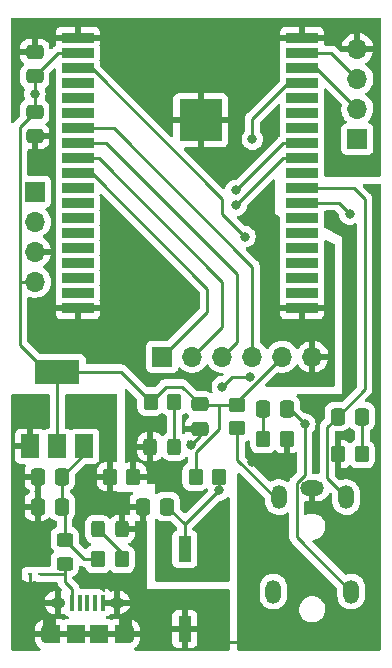
<source format=gbr>
%TF.GenerationSoftware,KiCad,Pcbnew,(6.0.0)*%
%TF.CreationDate,2022-02-27T19:02:29-06:00*%
%TF.ProjectId,Squeezecheap,53717565-657a-4656-9368-6561702e6b69,rev?*%
%TF.SameCoordinates,Original*%
%TF.FileFunction,Copper,L1,Top*%
%TF.FilePolarity,Positive*%
%FSLAX46Y46*%
G04 Gerber Fmt 4.6, Leading zero omitted, Abs format (unit mm)*
G04 Created by KiCad (PCBNEW (6.0.0)) date 2022-02-27 19:02:29*
%MOMM*%
%LPD*%
G01*
G04 APERTURE LIST*
G04 Aperture macros list*
%AMRoundRect*
0 Rectangle with rounded corners*
0 $1 Rounding radius*
0 $2 $3 $4 $5 $6 $7 $8 $9 X,Y pos of 4 corners*
0 Add a 4 corners polygon primitive as box body*
4,1,4,$2,$3,$4,$5,$6,$7,$8,$9,$2,$3,0*
0 Add four circle primitives for the rounded corners*
1,1,$1+$1,$2,$3*
1,1,$1+$1,$4,$5*
1,1,$1+$1,$6,$7*
1,1,$1+$1,$8,$9*
0 Add four rect primitives between the rounded corners*
20,1,$1+$1,$2,$3,$4,$5,0*
20,1,$1+$1,$4,$5,$6,$7,0*
20,1,$1+$1,$6,$7,$8,$9,0*
20,1,$1+$1,$8,$9,$2,$3,0*%
G04 Aperture macros list end*
%TA.AperFunction,ComponentPad*%
%ADD10O,1.320800X2.006600*%
%TD*%
%TA.AperFunction,ComponentPad*%
%ADD11O,2.006600X1.320800*%
%TD*%
%TA.AperFunction,SMDPad,CuDef*%
%ADD12R,1.120000X2.160000*%
%TD*%
%TA.AperFunction,SMDPad,CuDef*%
%ADD13RoundRect,0.250000X-0.350000X-0.450000X0.350000X-0.450000X0.350000X0.450000X-0.350000X0.450000X0*%
%TD*%
%TA.AperFunction,SMDPad,CuDef*%
%ADD14R,0.360000X0.250000*%
%TD*%
%TA.AperFunction,SMDPad,CuDef*%
%ADD15RoundRect,0.250000X0.325000X0.450000X-0.325000X0.450000X-0.325000X-0.450000X0.325000X-0.450000X0*%
%TD*%
%TA.AperFunction,SMDPad,CuDef*%
%ADD16RoundRect,0.250000X-0.450000X0.325000X-0.450000X-0.325000X0.450000X-0.325000X0.450000X0.325000X0*%
%TD*%
%TA.AperFunction,SMDPad,CuDef*%
%ADD17RoundRect,0.250000X0.475000X-0.337500X0.475000X0.337500X-0.475000X0.337500X-0.475000X-0.337500X0*%
%TD*%
%TA.AperFunction,SMDPad,CuDef*%
%ADD18RoundRect,0.250000X0.350000X0.450000X-0.350000X0.450000X-0.350000X-0.450000X0.350000X-0.450000X0*%
%TD*%
%TA.AperFunction,SMDPad,CuDef*%
%ADD19RoundRect,0.250000X-0.337500X-0.475000X0.337500X-0.475000X0.337500X0.475000X-0.337500X0.475000X0*%
%TD*%
%TA.AperFunction,SMDPad,CuDef*%
%ADD20R,2.700000X0.900000*%
%TD*%
%TA.AperFunction,HeatsinkPad*%
%ADD21R,3.600000X3.600000*%
%TD*%
%TA.AperFunction,ComponentPad*%
%ADD22R,1.700000X1.700000*%
%TD*%
%TA.AperFunction,ComponentPad*%
%ADD23O,1.700000X1.700000*%
%TD*%
%TA.AperFunction,SMDPad,CuDef*%
%ADD24RoundRect,0.250000X-0.475000X0.337500X-0.475000X-0.337500X0.475000X-0.337500X0.475000X0.337500X0*%
%TD*%
%TA.AperFunction,SMDPad,CuDef*%
%ADD25R,1.200000X1.550000*%
%TD*%
%TA.AperFunction,SMDPad,CuDef*%
%ADD26R,1.500000X1.550000*%
%TD*%
%TA.AperFunction,ComponentPad*%
%ADD27O,1.250000X0.950000*%
%TD*%
%TA.AperFunction,ComponentPad*%
%ADD28O,0.890000X1.550000*%
%TD*%
%TA.AperFunction,SMDPad,CuDef*%
%ADD29R,0.400000X1.350000*%
%TD*%
%TA.AperFunction,SMDPad,CuDef*%
%ADD30RoundRect,0.250000X-0.450000X0.350000X-0.450000X-0.350000X0.450000X-0.350000X0.450000X0.350000X0*%
%TD*%
%TA.AperFunction,SMDPad,CuDef*%
%ADD31RoundRect,0.250000X-0.325000X-0.450000X0.325000X-0.450000X0.325000X0.450000X-0.325000X0.450000X0*%
%TD*%
%TA.AperFunction,SMDPad,CuDef*%
%ADD32R,1.500000X2.000000*%
%TD*%
%TA.AperFunction,SMDPad,CuDef*%
%ADD33R,3.800000X2.000000*%
%TD*%
%TA.AperFunction,ViaPad*%
%ADD34C,0.800000*%
%TD*%
%TA.AperFunction,Conductor*%
%ADD35C,0.250000*%
%TD*%
G04 APERTURE END LIST*
D10*
%TO.P,J2,5,5*%
%TO.N,unconnected-(J2-Pad5)*%
X102745540Y-85933399D03*
%TO.P,J2,4,4*%
%TO.N,HPOutL*%
X109344460Y-85933399D03*
%TO.P,J2,3,3*%
%TO.N,HPOutR*%
X108894880Y-77933550D03*
%TO.P,J2,2,2*%
%TO.N,HP_Detect*%
X103195120Y-77933550D03*
D11*
%TO.P,J2,1,1*%
%TO.N,GND*%
X106045000Y-77133450D03*
%TD*%
D12*
%TO.P,SW1,1,1*%
%TO.N,Reset*%
X95250000Y-82360000D03*
%TO.P,SW1,2,2*%
%TO.N,GND*%
X95250000Y-89090000D03*
%TD*%
D13*
%TO.P,R7,1*%
%TO.N,VCC*%
X87900000Y-83185000D03*
%TO.P,R7,2*%
%TO.N,Net-(D4-Pad2)*%
X89900000Y-83185000D03*
%TD*%
D14*
%TO.P,D1,1,A1*%
%TO.N,GND*%
X82130000Y-84455000D03*
%TO.P,D1,2,A2*%
%TO.N,Net-(D1-Pad2)*%
X82970000Y-84455000D03*
%TD*%
D15*
%TO.P,D4,1,K*%
%TO.N,GND*%
X89925000Y-80645000D03*
%TO.P,D4,2,A*%
%TO.N,Net-(D4-Pad2)*%
X87875000Y-80645000D03*
%TD*%
D16*
%TO.P,D2,1,K*%
%TO.N,VCC*%
X85090000Y-81525000D03*
%TO.P,D2,2,A*%
%TO.N,Net-(D1-Pad2)*%
X85090000Y-83575000D03*
%TD*%
D17*
%TO.P,C6,1*%
%TO.N,+3V3*%
X82550000Y-42312500D03*
%TO.P,C6,2*%
%TO.N,GNDD*%
X82550000Y-40237500D03*
%TD*%
D18*
%TO.P,R3,2*%
%TO.N,Net-(C2-Pad1)*%
X101870000Y-73025000D03*
%TO.P,R3,1*%
%TO.N,GND*%
X103870000Y-73025000D03*
%TD*%
%TO.P,R1,1*%
%TO.N,GNDD*%
X90900000Y-76200000D03*
%TO.P,R1,2*%
%TO.N,GND*%
X88900000Y-76200000D03*
%TD*%
D19*
%TO.P,C4,2*%
%TO.N,Net-(C4-Pad2)*%
X110257500Y-71120000D03*
%TO.P,C4,1*%
%TO.N,HPOutR*%
X108182500Y-71120000D03*
%TD*%
D20*
%TO.P,U1,1,GND*%
%TO.N,GNDD*%
X86185000Y-39065000D03*
%TO.P,U1,2,3V3*%
%TO.N,+3V3*%
X86185000Y-40335000D03*
%TO.P,U1,3,SENSOR_VN*%
%TO.N,HP_Detect*%
X86185000Y-41605000D03*
%TO.P,U1,4,SENSOR_VP*%
%TO.N,IO36*%
X86185000Y-42875000D03*
%TO.P,U1,5,IO34*%
%TO.N,IO34*%
X86185000Y-44145000D03*
%TO.P,U1,6,IO0*%
%TO.N,IO0*%
X86185000Y-45415000D03*
%TO.P,U1,7,IO14*%
%TO.N,IO14*%
X86185000Y-46685000D03*
%TO.P,U1,8,IO12*%
%TO.N,IO12*%
X86185000Y-47955000D03*
%TO.P,U1,9,IO13*%
%TO.N,IO13*%
X86185000Y-49225000D03*
%TO.P,U1,10,IO15*%
%TO.N,IO15*%
X86185000Y-50495000D03*
%TO.P,U1,11,IO2*%
%TO.N,IO2*%
X86185000Y-51765000D03*
%TO.P,U1,12,IO4*%
%TO.N,IO4*%
X86185000Y-53035000D03*
%TO.P,U1,13,HBIAS*%
%TO.N,unconnected-(U1-Pad13)*%
X86185000Y-54305000D03*
%TO.P,U1,14,MIC2N*%
%TO.N,unconnected-(U1-Pad14)*%
X86185000Y-55575000D03*
%TO.P,U1,15,MIC2P*%
%TO.N,unconnected-(U1-Pad15)*%
X86185000Y-56845000D03*
%TO.P,U1,16,MBIAS*%
%TO.N,unconnected-(U1-Pad16)*%
X86185000Y-58115000D03*
%TO.P,U1,17,MICIP*%
%TO.N,unconnected-(U1-Pad17)*%
X86185000Y-59385000D03*
%TO.P,U1,18,MICIN*%
%TO.N,unconnected-(U1-Pad18)*%
X86185000Y-60655000D03*
%TO.P,U1,19,GND*%
%TO.N,GNDD*%
X86185000Y-61925000D03*
%TO.P,U1,20,GND*%
X105185000Y-61925000D03*
%TO.P,U1,21,LINEINR*%
%TO.N,unconnected-(U1-Pad21)*%
X105185000Y-60655000D03*
%TO.P,U1,22,LINEINL*%
%TO.N,unconnected-(U1-Pad22)*%
X105185000Y-59385000D03*
%TO.P,U1,23,SPORP*%
%TO.N,unconnected-(U1-Pad23)*%
X105185000Y-58115000D03*
%TO.P,U1,24,SPORN*%
%TO.N,unconnected-(U1-Pad24)*%
X105185000Y-56845000D03*
%TO.P,U1,25,SPOLP*%
%TO.N,unconnected-(U1-Pad25)*%
X105185000Y-55575000D03*
%TO.P,U1,26,SPOLN*%
%TO.N,unconnected-(U1-Pad26)*%
X105185000Y-54305000D03*
%TO.P,U1,27,HPOUTL*%
%TO.N,HPOutL*%
X105185000Y-53035000D03*
%TO.P,U1,28,HPOUTR*%
%TO.N,HPOutR*%
X105185000Y-51765000D03*
%TO.P,U1,29,IO5*%
%TO.N,IO5*%
X105185000Y-50495000D03*
%TO.P,U1,30,IO18*%
%TO.N,IO18*%
X105185000Y-49225000D03*
%TO.P,U1,31,IO23*%
%TO.N,IO23*%
X105185000Y-47955000D03*
%TO.P,U1,32,IO19*%
%TO.N,IO19*%
X105185000Y-46685000D03*
%TO.P,U1,33,IO22*%
%TO.N,IO22*%
X105185000Y-45415000D03*
%TO.P,U1,34,IO21*%
%TO.N,IO21*%
X105185000Y-44145000D03*
%TO.P,U1,35,EN*%
%TO.N,Reset*%
X105185000Y-42875000D03*
%TO.P,U1,36,TXD0*%
%TO.N,TX_Out*%
X105185000Y-41605000D03*
%TO.P,U1,37,RXD0*%
%TO.N,RX_In*%
X105185000Y-40335000D03*
%TO.P,U1,38,GND*%
%TO.N,GNDD*%
X105185000Y-39065000D03*
D21*
%TO.P,U1,39,GND*%
X96585000Y-46025000D03*
%TD*%
D22*
%TO.P,J3,1,Pin_1*%
%TO.N,+3V3*%
X109855000Y-47615000D03*
D23*
%TO.P,J3,2,Pin_2*%
%TO.N,TX_Out*%
X109855000Y-45075000D03*
%TO.P,J3,3,Pin_3*%
%TO.N,RX_In*%
X109855000Y-42535000D03*
%TO.P,J3,4,Pin_4*%
%TO.N,GNDD*%
X109855000Y-39995000D03*
%TD*%
D18*
%TO.P,R5,2*%
%TO.N,+3V3*%
X96155000Y-76200000D03*
%TO.P,R5,1*%
%TO.N,Reset*%
X98155000Y-76200000D03*
%TD*%
D24*
%TO.P,C5,1*%
%TO.N,+3V3*%
X96520000Y-70082500D03*
%TO.P,C5,2*%
%TO.N,GNDD*%
X96520000Y-72157500D03*
%TD*%
D19*
%TO.P,C3,2*%
%TO.N,VCC*%
X84857500Y-76200000D03*
%TO.P,C3,1*%
%TO.N,GND*%
X82782500Y-76200000D03*
%TD*%
D24*
%TO.P,C7,1*%
%TO.N,+3V3*%
X82550000Y-45317500D03*
%TO.P,C7,2*%
%TO.N,GNDD*%
X82550000Y-47392500D03*
%TD*%
D25*
%TO.P,J1,6,Shield*%
%TO.N,GND*%
X84095000Y-89565000D03*
D26*
X85995000Y-89565000D03*
X87995000Y-89565000D03*
D27*
X89495000Y-86865000D03*
D28*
X90495000Y-89565000D03*
X83495000Y-89565000D03*
D25*
X89895000Y-89565000D03*
D27*
X84495000Y-86865000D03*
D29*
%TO.P,J1,5,GND*%
X88295000Y-86865000D03*
%TO.P,J1,4,ID*%
%TO.N,unconnected-(J1-Pad4)*%
X87645000Y-86865000D03*
%TO.P,J1,3,D+*%
%TO.N,unconnected-(J1-Pad3)*%
X86995000Y-86865000D03*
%TO.P,J1,2,D-*%
%TO.N,unconnected-(J1-Pad2)*%
X86345000Y-86865000D03*
%TO.P,J1,1,VBUS*%
%TO.N,Net-(D1-Pad2)*%
X85695000Y-86865000D03*
%TD*%
D30*
%TO.P,R2,2*%
%TO.N,HP_Detect*%
X99695000Y-72120000D03*
%TO.P,R2,1*%
%TO.N,+3V3*%
X99695000Y-70120000D03*
%TD*%
D19*
%TO.P,C1,2*%
%TO.N,VCC*%
X84857500Y-78740000D03*
%TO.P,C1,1*%
%TO.N,GND*%
X82782500Y-78740000D03*
%TD*%
D31*
%TO.P,D3,1,K*%
%TO.N,GNDD*%
X92320000Y-73660000D03*
%TO.P,D3,2,A*%
%TO.N,Net-(D3-Pad2)*%
X94370000Y-73660000D03*
%TD*%
D18*
%TO.P,R4,2*%
%TO.N,GND*%
X108220000Y-74295000D03*
%TO.P,R4,1*%
%TO.N,Net-(C4-Pad2)*%
X110220000Y-74295000D03*
%TD*%
D19*
%TO.P,C2,2*%
%TO.N,HPOutL*%
X103907500Y-70485000D03*
%TO.P,C2,1*%
%TO.N,Net-(C2-Pad1)*%
X101832500Y-70485000D03*
%TD*%
%TO.P,C8,1*%
%TO.N,GND*%
X91672500Y-78740000D03*
%TO.P,C8,2*%
%TO.N,Reset*%
X93747500Y-78740000D03*
%TD*%
D32*
%TO.P,U2,1,GND*%
%TO.N,GND*%
X82155000Y-73635000D03*
%TO.P,U2,2,VO*%
%TO.N,+3V3*%
X84455000Y-73635000D03*
D33*
X84455000Y-67335000D03*
D32*
%TO.P,U2,3,VI*%
%TO.N,VCC*%
X86755000Y-73635000D03*
%TD*%
D22*
%TO.P,J4,1,Pin_1*%
%TO.N,IO15*%
X93345000Y-66040000D03*
D23*
%TO.P,J4,2,Pin_2*%
%TO.N,IO13*%
X95885000Y-66040000D03*
%TO.P,J4,3,Pin_3*%
%TO.N,IO12*%
X98425000Y-66040000D03*
%TO.P,J4,4,Pin_4*%
%TO.N,IO14*%
X100965000Y-66040000D03*
%TO.P,J4,5,Pin_5*%
%TO.N,+3V3*%
X103505000Y-66040000D03*
%TO.P,J4,6,Pin_6*%
%TO.N,GNDD*%
X106045000Y-66040000D03*
%TD*%
D13*
%TO.P,R6,2*%
%TO.N,Net-(D3-Pad2)*%
X94345000Y-69850000D03*
%TO.P,R6,1*%
%TO.N,+3V3*%
X92345000Y-69850000D03*
%TD*%
D22*
%TO.P,J5,1,Pin_1*%
%TO.N,IO23*%
X82550000Y-52080000D03*
D23*
%TO.P,J5,2,Pin_2*%
%TO.N,IO18*%
X82550000Y-54620000D03*
%TO.P,J5,3,Pin_3*%
%TO.N,GNDD*%
X82550000Y-57160000D03*
%TO.P,J5,4,Pin_4*%
%TO.N,+3V3*%
X82550000Y-59700000D03*
%TD*%
D34*
%TO.N,HPOutL*%
X105410000Y-71755000D03*
%TO.N,GNDD*%
X95751447Y-73526448D03*
X100965000Y-53975000D03*
X97155000Y-46355000D03*
X91440000Y-71755000D03*
X95885000Y-45085000D03*
X95885000Y-46355000D03*
X97790000Y-79375000D03*
X97155000Y-45085000D03*
%TO.N,+3V3*%
X82550000Y-43815000D03*
%TO.N,HPOutL*%
X109220000Y-53975000D03*
%TO.N,Reset*%
X100770201Y-67750201D03*
X98155000Y-77337500D03*
X98425000Y-68580000D03*
X100965000Y-47625000D03*
%TO.N,GND*%
X100330000Y-90170000D03*
X100965000Y-74930000D03*
X98425000Y-90170000D03*
X82550000Y-81915000D03*
X109220000Y-56515000D03*
%TO.N,HP_Detect*%
X100330000Y-55880000D03*
X99695000Y-72120000D03*
%TO.N,IO18*%
X99582500Y-53227500D03*
%TO.N,IO23*%
X99582500Y-51957500D03*
%TD*%
D35*
%TO.N,HPOutL*%
X104717180Y-76725483D02*
X104717180Y-81306119D01*
X105410000Y-76032663D02*
X104717180Y-76725483D01*
X105410000Y-71755000D02*
X105410000Y-76032663D01*
X104717180Y-81306119D02*
X109344460Y-85933399D01*
%TO.N,HPOutR*%
X107295480Y-72007020D02*
X108182500Y-71120000D01*
X107295480Y-76334150D02*
X107295480Y-72007020D01*
X108894880Y-77933550D02*
X107295480Y-76334150D01*
%TO.N,HP_Detect*%
X99695000Y-74776330D02*
X99695000Y-72120000D01*
X102852220Y-77933550D02*
X99695000Y-74776330D01*
X103195120Y-77933550D02*
X102852220Y-77933550D01*
%TO.N,Net-(C4-Pad2)*%
X110257500Y-71120000D02*
X110257500Y-74257500D01*
%TO.N,Reset*%
X95250000Y-82360000D02*
X95250000Y-80242500D01*
%TO.N,VCC*%
X87900000Y-83185000D02*
X86750000Y-83185000D01*
X86750000Y-83185000D02*
X85090000Y-81525000D01*
%TO.N,Net-(D4-Pad2)*%
X87875000Y-80645000D02*
X89900000Y-82670000D01*
%TO.N,GNDD*%
X96520000Y-72757895D02*
X95751447Y-73526448D01*
X96520000Y-72157500D02*
X96520000Y-72757895D01*
%TO.N,+3V3*%
X98155000Y-72147493D02*
X98155000Y-70120000D01*
X84527500Y-40335000D02*
X82550000Y-42312500D01*
X92345000Y-69850000D02*
X93615000Y-68580000D01*
X81280000Y-59690000D02*
X81280000Y-46587500D01*
X82550000Y-59700000D02*
X81290000Y-59700000D01*
X84455000Y-73635000D02*
X84455000Y-67335000D01*
X93615000Y-68580000D02*
X95017500Y-68580000D01*
X89830000Y-67335000D02*
X92345000Y-69850000D01*
X81280000Y-65060000D02*
X81280000Y-59690000D01*
X81280000Y-46587500D02*
X82550000Y-45317500D01*
X96155000Y-76200000D02*
X96155000Y-74147493D01*
X95017500Y-68580000D02*
X96520000Y-70082500D01*
X86185000Y-40335000D02*
X84527500Y-40335000D01*
X82550000Y-43815000D02*
X82550000Y-45317500D01*
X99695000Y-69850000D02*
X103505000Y-66040000D01*
X96557500Y-70120000D02*
X98155000Y-70120000D01*
X83555000Y-67335000D02*
X81280000Y-65060000D01*
X96155000Y-74147493D02*
X98155000Y-72147493D01*
X81290000Y-59700000D02*
X81280000Y-59690000D01*
X82550000Y-42312500D02*
X82550000Y-43815000D01*
X84455000Y-67335000D02*
X89830000Y-67335000D01*
X98155000Y-70120000D02*
X99695000Y-70120000D01*
%TO.N,Net-(C2-Pad1)*%
X101832500Y-70485000D02*
X101832500Y-72987500D01*
%TO.N,HPOutL*%
X105410000Y-71755000D02*
X104140000Y-70485000D01*
X108280000Y-53035000D02*
X109220000Y-53975000D01*
X105185000Y-53035000D02*
X108280000Y-53035000D01*
%TO.N,HPOutR*%
X109550000Y-51765000D02*
X110490000Y-52705000D01*
X110490000Y-52705000D02*
X110490000Y-68812500D01*
X105185000Y-51765000D02*
X109550000Y-51765000D01*
X110490000Y-68812500D02*
X108182500Y-71120000D01*
%TO.N,Reset*%
X98155000Y-77337500D02*
X98155000Y-76200000D01*
X100770201Y-67750201D02*
X99254799Y-67750201D01*
X99254799Y-67750201D02*
X98425000Y-68580000D01*
X95250000Y-80242500D02*
X93747500Y-78740000D01*
X95250000Y-80242500D02*
X98155000Y-77337500D01*
X100965000Y-45915978D02*
X104005978Y-42875000D01*
X100965000Y-47625000D02*
X100965000Y-45915978D01*
%TO.N,VCC*%
X84857500Y-76200000D02*
X86755000Y-74302500D01*
X85090000Y-81525000D02*
X85090000Y-78972500D01*
X84857500Y-78740000D02*
X84857500Y-76200000D01*
%TO.N,Net-(D1-Pad2)*%
X85695000Y-85695000D02*
X85695000Y-86865000D01*
X85090000Y-83575000D02*
X85090000Y-84455000D01*
X82970000Y-84455000D02*
X85090000Y-84455000D01*
X85090000Y-84455000D02*
X85090000Y-85090000D01*
X85090000Y-85090000D02*
X85695000Y-85695000D01*
%TO.N,Net-(D3-Pad2)*%
X94345000Y-69850000D02*
X94345000Y-73635000D01*
%TO.N,GND*%
X98425000Y-90170000D02*
X100330000Y-90170000D01*
X83055000Y-86865000D02*
X84495000Y-86865000D01*
X83055000Y-86865000D02*
X82130000Y-85940000D01*
X82130000Y-84455000D02*
X82130000Y-85940000D01*
%TO.N,IO15*%
X97155000Y-62230000D02*
X93345000Y-66040000D01*
X97155000Y-60285978D02*
X97155000Y-62230000D01*
X87364022Y-50495000D02*
X97155000Y-60285978D01*
%TO.N,IO13*%
X86185000Y-49225000D02*
X87960000Y-49225000D01*
X87960000Y-49225000D02*
X98425000Y-59690000D01*
X98425000Y-63500000D02*
X95885000Y-66040000D01*
X98425000Y-59690000D02*
X98425000Y-63500000D01*
%TO.N,IO12*%
X86185000Y-47955000D02*
X88595000Y-47955000D01*
X88595000Y-47955000D02*
X99695000Y-59055000D01*
X99695000Y-64770000D02*
X98425000Y-66040000D01*
X99695000Y-59055000D02*
X99695000Y-64770000D01*
%TO.N,IO14*%
X100965000Y-58420000D02*
X100965000Y-66040000D01*
X89230000Y-46685000D02*
X100965000Y-58420000D01*
X86185000Y-46685000D02*
X89230000Y-46685000D01*
%TO.N,HP_Detect*%
X98425000Y-52665978D02*
X98425000Y-53975000D01*
X87364022Y-41605000D02*
X98425000Y-52665978D01*
X98425000Y-53975000D02*
X100330000Y-55880000D01*
%TO.N,IO18*%
X105185000Y-49225000D02*
X103585000Y-49225000D01*
X103585000Y-49225000D02*
X99582500Y-53227500D01*
%TO.N,IO23*%
X105185000Y-47955000D02*
X103585000Y-47955000D01*
X103585000Y-47955000D02*
X99582500Y-51957500D01*
%TO.N,TX_Out*%
X106385000Y-41605000D02*
X109855000Y-45075000D01*
%TO.N,RX_In*%
X107655000Y-40335000D02*
X109855000Y-42535000D01*
X105185000Y-40335000D02*
X107655000Y-40335000D01*
%TD*%
%TA.AperFunction,Conductor*%
%TO.N,GNDD*%
G36*
X98971793Y-77898169D02*
G01*
X99030778Y-77937682D01*
X99059036Y-78002813D01*
X99060000Y-78018367D01*
X99060000Y-84964000D01*
X99039998Y-85032121D01*
X98986342Y-85078614D01*
X98934000Y-85090000D01*
X92836000Y-85090000D01*
X92767879Y-85069998D01*
X92721386Y-85016342D01*
X92710000Y-84964000D01*
X92710000Y-79891819D01*
X92730002Y-79823698D01*
X92783658Y-79777205D01*
X92853932Y-79767101D01*
X92918512Y-79796595D01*
X92925014Y-79802642D01*
X92936697Y-79814305D01*
X93087262Y-79907115D01*
X93167005Y-79933564D01*
X93248611Y-79960632D01*
X93248613Y-79960632D01*
X93255139Y-79962797D01*
X93261975Y-79963497D01*
X93261978Y-79963498D01*
X93305031Y-79967909D01*
X93359600Y-79973500D01*
X94032905Y-79973500D01*
X94101026Y-79993502D01*
X94122000Y-80010405D01*
X94579595Y-80468000D01*
X94613621Y-80530312D01*
X94616500Y-80557095D01*
X94616500Y-80677126D01*
X94596498Y-80745247D01*
X94542842Y-80791740D01*
X94534729Y-80795108D01*
X94451705Y-80826232D01*
X94451704Y-80826233D01*
X94443295Y-80829385D01*
X94326739Y-80916739D01*
X94239385Y-81033295D01*
X94188255Y-81169684D01*
X94181500Y-81231866D01*
X94181500Y-83488134D01*
X94188255Y-83550316D01*
X94239385Y-83686705D01*
X94326739Y-83803261D01*
X94443295Y-83890615D01*
X94579684Y-83941745D01*
X94641866Y-83948500D01*
X95858134Y-83948500D01*
X95920316Y-83941745D01*
X96056705Y-83890615D01*
X96173261Y-83803261D01*
X96260615Y-83686705D01*
X96311745Y-83550316D01*
X96318500Y-83488134D01*
X96318500Y-81231866D01*
X96311745Y-81169684D01*
X96260615Y-81033295D01*
X96173261Y-80916739D01*
X96056705Y-80829385D01*
X96048296Y-80826233D01*
X96048295Y-80826232D01*
X95965271Y-80795108D01*
X95908506Y-80752467D01*
X95883806Y-80685905D01*
X95883500Y-80677126D01*
X95883500Y-80557094D01*
X95903502Y-80488973D01*
X95920405Y-80467999D01*
X98105499Y-78282905D01*
X98167811Y-78248879D01*
X98194594Y-78246000D01*
X98250487Y-78246000D01*
X98256939Y-78244628D01*
X98256944Y-78244628D01*
X98343887Y-78226147D01*
X98437288Y-78206294D01*
X98443319Y-78203609D01*
X98605722Y-78131303D01*
X98605724Y-78131302D01*
X98611752Y-78128618D01*
X98766253Y-78016366D01*
X98840365Y-77934057D01*
X98900810Y-77896817D01*
X98971793Y-77898169D01*
G37*
%TD.AperFunction*%
%TA.AperFunction,Conductor*%
G36*
X90378512Y-68779870D02*
G01*
X90385074Y-68785979D01*
X91199597Y-69600502D01*
X91233621Y-69662812D01*
X91236500Y-69689595D01*
X91236500Y-70350400D01*
X91247474Y-70456166D01*
X91303450Y-70623946D01*
X91396522Y-70774348D01*
X91521697Y-70899305D01*
X91527927Y-70903145D01*
X91527928Y-70903146D01*
X91665090Y-70987694D01*
X91672262Y-70992115D01*
X91727390Y-71010400D01*
X91833611Y-71045632D01*
X91833613Y-71045632D01*
X91840139Y-71047797D01*
X91846975Y-71048497D01*
X91846978Y-71048498D01*
X91890031Y-71052909D01*
X91944600Y-71058500D01*
X92745400Y-71058500D01*
X92748646Y-71058163D01*
X92748650Y-71058163D01*
X92844308Y-71048238D01*
X92844312Y-71048237D01*
X92851166Y-71047526D01*
X92857702Y-71045345D01*
X92857704Y-71045345D01*
X92989806Y-71001272D01*
X93018946Y-70991550D01*
X93169348Y-70898478D01*
X93255784Y-70811891D01*
X93318066Y-70777812D01*
X93388886Y-70782815D01*
X93433976Y-70811736D01*
X93521697Y-70899305D01*
X93527927Y-70903145D01*
X93527928Y-70903146D01*
X93651616Y-70979389D01*
X93699110Y-71032162D01*
X93711500Y-71086649D01*
X93711500Y-72454160D01*
X93691498Y-72522281D01*
X93651803Y-72561304D01*
X93570652Y-72611522D01*
X93445695Y-72736697D01*
X93442898Y-72741235D01*
X93385647Y-72781824D01*
X93314724Y-72785054D01*
X93253313Y-72749428D01*
X93245938Y-72740932D01*
X93237902Y-72730793D01*
X93123171Y-72616261D01*
X93111760Y-72607249D01*
X92973757Y-72522184D01*
X92960576Y-72516037D01*
X92806290Y-72464862D01*
X92792914Y-72461995D01*
X92698562Y-72452328D01*
X92692145Y-72452000D01*
X92592115Y-72452000D01*
X92576876Y-72456475D01*
X92575671Y-72457865D01*
X92574000Y-72465548D01*
X92574000Y-74849884D01*
X92578475Y-74865123D01*
X92579865Y-74866328D01*
X92587548Y-74867999D01*
X92692095Y-74867999D01*
X92698614Y-74867662D01*
X92794206Y-74857743D01*
X92807600Y-74854851D01*
X92961784Y-74803412D01*
X92974962Y-74797239D01*
X93112807Y-74711937D01*
X93124208Y-74702901D01*
X93238738Y-74588172D01*
X93245794Y-74579238D01*
X93303712Y-74538177D01*
X93374635Y-74534947D01*
X93436046Y-74570574D01*
X93442846Y-74578407D01*
X93446522Y-74584348D01*
X93571697Y-74709305D01*
X93577927Y-74713145D01*
X93577928Y-74713146D01*
X93715288Y-74797816D01*
X93722262Y-74802115D01*
X93764685Y-74816186D01*
X93883611Y-74855632D01*
X93883613Y-74855632D01*
X93890139Y-74857797D01*
X93896975Y-74858497D01*
X93896978Y-74858498D01*
X93940031Y-74862909D01*
X93994600Y-74868500D01*
X94745400Y-74868500D01*
X94748646Y-74868163D01*
X94748650Y-74868163D01*
X94844308Y-74858238D01*
X94844312Y-74858237D01*
X94851166Y-74857526D01*
X94857702Y-74855345D01*
X94857704Y-74855345D01*
X94989806Y-74811272D01*
X95018946Y-74801550D01*
X95169348Y-74708478D01*
X95294305Y-74583303D01*
X95297215Y-74578583D01*
X95354537Y-74537944D01*
X95425460Y-74534713D01*
X95486871Y-74570339D01*
X95519272Y-74633511D01*
X95521500Y-74657099D01*
X95521500Y-74963219D01*
X95501498Y-75031340D01*
X95461803Y-75070363D01*
X95330652Y-75151522D01*
X95205695Y-75276697D01*
X95201855Y-75282927D01*
X95201854Y-75282928D01*
X95164021Y-75344305D01*
X95112885Y-75427262D01*
X95057203Y-75595139D01*
X95056503Y-75601975D01*
X95056502Y-75601978D01*
X95052091Y-75645031D01*
X95046500Y-75699600D01*
X95046500Y-76700400D01*
X95057474Y-76806166D01*
X95059655Y-76812702D01*
X95059655Y-76812704D01*
X95067094Y-76835000D01*
X95113450Y-76973946D01*
X95206522Y-77124348D01*
X95331697Y-77249305D01*
X95337927Y-77253145D01*
X95337928Y-77253146D01*
X95475090Y-77337694D01*
X95482262Y-77342115D01*
X95516361Y-77353425D01*
X95643611Y-77395632D01*
X95643613Y-77395632D01*
X95650139Y-77397797D01*
X95656975Y-77398497D01*
X95656978Y-77398498D01*
X95700031Y-77402909D01*
X95754600Y-77408500D01*
X96555400Y-77408500D01*
X96558646Y-77408163D01*
X96558650Y-77408163D01*
X96654308Y-77398238D01*
X96654312Y-77398237D01*
X96661166Y-77397526D01*
X96667702Y-77395345D01*
X96667704Y-77395345D01*
X96799806Y-77351272D01*
X96828946Y-77341550D01*
X96979348Y-77248478D01*
X97031076Y-77196660D01*
X97093357Y-77162581D01*
X97164177Y-77167584D01*
X97221050Y-77210080D01*
X97245919Y-77276579D01*
X97245558Y-77298843D01*
X97244093Y-77312787D01*
X97217083Y-77378445D01*
X97207878Y-77388717D01*
X95339095Y-79257500D01*
X95276783Y-79291526D01*
X95205968Y-79286461D01*
X95160905Y-79257500D01*
X94880405Y-78977000D01*
X94846379Y-78914688D01*
X94843500Y-78887905D01*
X94843500Y-78214600D01*
X94835176Y-78134371D01*
X94833238Y-78115692D01*
X94833237Y-78115688D01*
X94832526Y-78108834D01*
X94797155Y-78002813D01*
X94778868Y-77948002D01*
X94776550Y-77941054D01*
X94683478Y-77790652D01*
X94558303Y-77665695D01*
X94432261Y-77588001D01*
X94413968Y-77576725D01*
X94413966Y-77576724D01*
X94407738Y-77572885D01*
X94247254Y-77519655D01*
X94246389Y-77519368D01*
X94246387Y-77519368D01*
X94239861Y-77517203D01*
X94233025Y-77516503D01*
X94233022Y-77516502D01*
X94189969Y-77512091D01*
X94135400Y-77506500D01*
X93359600Y-77506500D01*
X93356354Y-77506837D01*
X93356350Y-77506837D01*
X93260692Y-77516762D01*
X93260688Y-77516763D01*
X93253834Y-77517474D01*
X93247298Y-77519655D01*
X93247296Y-77519655D01*
X93223998Y-77527428D01*
X93086054Y-77573450D01*
X92935652Y-77666522D01*
X92930478Y-77671705D01*
X92925172Y-77677020D01*
X92862889Y-77711098D01*
X92792069Y-77706094D01*
X92735197Y-77663597D01*
X92710329Y-77597098D01*
X92710000Y-77588001D01*
X92710000Y-76835000D01*
X92133559Y-76835000D01*
X92065438Y-76814998D01*
X92018945Y-76761342D01*
X92007723Y-76702575D01*
X92008000Y-76697150D01*
X92008000Y-76472115D01*
X92003525Y-76456876D01*
X92002135Y-76455671D01*
X91994452Y-76454000D01*
X90772000Y-76454000D01*
X90703879Y-76433998D01*
X90657386Y-76380342D01*
X90646000Y-76328000D01*
X90646000Y-75927885D01*
X91154000Y-75927885D01*
X91158475Y-75943124D01*
X91159865Y-75944329D01*
X91167548Y-75946000D01*
X91989884Y-75946000D01*
X92005123Y-75941525D01*
X92006328Y-75940135D01*
X92007999Y-75932452D01*
X92007999Y-75702905D01*
X92007662Y-75696386D01*
X91997743Y-75600794D01*
X91994851Y-75587400D01*
X91943412Y-75433216D01*
X91937239Y-75420038D01*
X91851937Y-75282193D01*
X91842901Y-75270792D01*
X91728171Y-75156261D01*
X91716760Y-75147249D01*
X91578757Y-75062184D01*
X91565576Y-75056037D01*
X91411290Y-75004862D01*
X91397914Y-75001995D01*
X91303562Y-74992328D01*
X91297145Y-74992000D01*
X91172115Y-74992000D01*
X91156876Y-74996475D01*
X91155671Y-74997865D01*
X91154000Y-75005548D01*
X91154000Y-75927885D01*
X90646000Y-75927885D01*
X90646000Y-75010116D01*
X90641525Y-74994877D01*
X90640135Y-74993672D01*
X90632452Y-74992001D01*
X90502905Y-74992001D01*
X90496386Y-74992338D01*
X90400794Y-75002257D01*
X90387397Y-75005150D01*
X90335875Y-75022338D01*
X90264925Y-75024922D01*
X90203842Y-74988738D01*
X90172018Y-74925273D01*
X90170000Y-74902814D01*
X90170000Y-74157095D01*
X91237001Y-74157095D01*
X91237338Y-74163614D01*
X91247257Y-74259206D01*
X91250149Y-74272600D01*
X91301588Y-74426784D01*
X91307761Y-74439962D01*
X91393063Y-74577807D01*
X91402099Y-74589208D01*
X91516829Y-74703739D01*
X91528240Y-74712751D01*
X91666243Y-74797816D01*
X91679424Y-74803963D01*
X91833710Y-74855138D01*
X91847086Y-74858005D01*
X91941438Y-74867672D01*
X91947854Y-74868000D01*
X92047885Y-74868000D01*
X92063124Y-74863525D01*
X92064329Y-74862135D01*
X92066000Y-74854452D01*
X92066000Y-73932115D01*
X92061525Y-73916876D01*
X92060135Y-73915671D01*
X92052452Y-73914000D01*
X91255116Y-73914000D01*
X91239877Y-73918475D01*
X91238672Y-73919865D01*
X91237001Y-73927548D01*
X91237001Y-74157095D01*
X90170000Y-74157095D01*
X90170000Y-73387885D01*
X91237000Y-73387885D01*
X91241475Y-73403124D01*
X91242865Y-73404329D01*
X91250548Y-73406000D01*
X92047885Y-73406000D01*
X92063124Y-73401525D01*
X92064329Y-73400135D01*
X92066000Y-73392452D01*
X92066000Y-72470116D01*
X92061525Y-72454877D01*
X92060135Y-72453672D01*
X92052452Y-72452001D01*
X91947905Y-72452001D01*
X91941386Y-72452338D01*
X91845794Y-72462257D01*
X91832400Y-72465149D01*
X91678216Y-72516588D01*
X91665038Y-72522761D01*
X91527193Y-72608063D01*
X91515792Y-72617099D01*
X91401261Y-72731829D01*
X91392249Y-72743240D01*
X91307184Y-72881243D01*
X91301037Y-72894424D01*
X91249862Y-73048710D01*
X91246995Y-73062086D01*
X91237328Y-73156438D01*
X91237000Y-73162855D01*
X91237000Y-73387885D01*
X90170000Y-73387885D01*
X90170000Y-68875094D01*
X90190002Y-68806973D01*
X90243658Y-68760480D01*
X90313932Y-68750376D01*
X90378512Y-68779870D01*
G37*
%TD.AperFunction*%
%TA.AperFunction,Conductor*%
G36*
X95645615Y-73139282D02*
G01*
X95716238Y-73182814D01*
X95729424Y-73188963D01*
X95883717Y-73240140D01*
X95890102Y-73241509D01*
X95952517Y-73275346D01*
X95986729Y-73337556D01*
X95981876Y-73408387D01*
X95952784Y-73453804D01*
X95762747Y-73643841D01*
X95754461Y-73651381D01*
X95747982Y-73655493D01*
X95742557Y-73661270D01*
X95701357Y-73705144D01*
X95698602Y-73707986D01*
X95678865Y-73727723D01*
X95676434Y-73730857D01*
X95674014Y-73733602D01*
X95613961Y-73771473D01*
X95542967Y-73770864D01*
X95483572Y-73731970D01*
X95454633Y-73667139D01*
X95453500Y-73650277D01*
X95453500Y-73246542D01*
X95473502Y-73178421D01*
X95527158Y-73131928D01*
X95597432Y-73121824D01*
X95645615Y-73139282D01*
G37*
%TD.AperFunction*%
%TA.AperFunction,Conductor*%
G36*
X95362621Y-70809127D02*
G01*
X95419493Y-70851624D01*
X95425823Y-70860899D01*
X95446522Y-70894348D01*
X95571697Y-71019305D01*
X95576235Y-71022102D01*
X95616824Y-71079353D01*
X95620054Y-71150276D01*
X95584428Y-71211687D01*
X95575932Y-71219062D01*
X95565793Y-71227098D01*
X95451261Y-71341829D01*
X95442249Y-71353240D01*
X95357184Y-71491243D01*
X95351037Y-71504424D01*
X95299862Y-71658710D01*
X95296995Y-71672086D01*
X95287328Y-71766438D01*
X95287000Y-71772855D01*
X95287000Y-71885385D01*
X95291475Y-71900624D01*
X95292865Y-71901829D01*
X95300548Y-71903500D01*
X96648000Y-71903500D01*
X96716121Y-71923502D01*
X96762614Y-71977158D01*
X96774000Y-72029500D01*
X96774000Y-72285500D01*
X96753998Y-72353621D01*
X96700342Y-72400114D01*
X96648000Y-72411500D01*
X95305116Y-72411500D01*
X95289877Y-72415975D01*
X95288672Y-72417365D01*
X95287001Y-72425048D01*
X95287001Y-72458179D01*
X95266999Y-72526300D01*
X95213343Y-72572793D01*
X95143069Y-72582897D01*
X95094885Y-72565439D01*
X95038384Y-72530611D01*
X94990890Y-72477838D01*
X94978500Y-72423351D01*
X94978500Y-71086781D01*
X94998502Y-71018660D01*
X95038197Y-70979637D01*
X95163120Y-70902332D01*
X95169348Y-70898478D01*
X95229518Y-70838203D01*
X95291800Y-70804124D01*
X95362621Y-70809127D01*
G37*
%TD.AperFunction*%
%TA.AperFunction,Conductor*%
G36*
X84244532Y-41618038D02*
G01*
X84301368Y-41660585D01*
X84326179Y-41727105D01*
X84326500Y-41736094D01*
X84326500Y-42103134D01*
X84333255Y-42165316D01*
X84344672Y-42195771D01*
X84349855Y-42266577D01*
X84344674Y-42284224D01*
X84333255Y-42314684D01*
X84326500Y-42376866D01*
X84326500Y-43373134D01*
X84333255Y-43435316D01*
X84344672Y-43465771D01*
X84349855Y-43536577D01*
X84344674Y-43554224D01*
X84333255Y-43584684D01*
X84326500Y-43646866D01*
X84326500Y-44643134D01*
X84333255Y-44705316D01*
X84344672Y-44735771D01*
X84349855Y-44806577D01*
X84344674Y-44824224D01*
X84333255Y-44854684D01*
X84326500Y-44916866D01*
X84326500Y-45913134D01*
X84333255Y-45975316D01*
X84344672Y-46005771D01*
X84349855Y-46076577D01*
X84344674Y-46094224D01*
X84333255Y-46124684D01*
X84326500Y-46186866D01*
X84326500Y-47183134D01*
X84333255Y-47245316D01*
X84344672Y-47275771D01*
X84349855Y-47346577D01*
X84344674Y-47364224D01*
X84333255Y-47394684D01*
X84326500Y-47456866D01*
X84326500Y-48453134D01*
X84333255Y-48515316D01*
X84344672Y-48545771D01*
X84349855Y-48616577D01*
X84344674Y-48634224D01*
X84333255Y-48664684D01*
X84326500Y-48726866D01*
X84326500Y-49723134D01*
X84333255Y-49785316D01*
X84344672Y-49815771D01*
X84349855Y-49886577D01*
X84344674Y-49904224D01*
X84333255Y-49934684D01*
X84326500Y-49996866D01*
X84326500Y-50993134D01*
X84333255Y-51055316D01*
X84344672Y-51085771D01*
X84349855Y-51156577D01*
X84344674Y-51174224D01*
X84333255Y-51204684D01*
X84326500Y-51266866D01*
X84326500Y-52263134D01*
X84333255Y-52325316D01*
X84344672Y-52355771D01*
X84349855Y-52426577D01*
X84344674Y-52444224D01*
X84333255Y-52474684D01*
X84326500Y-52536866D01*
X84326500Y-53533134D01*
X84333255Y-53595316D01*
X84344672Y-53625771D01*
X84349855Y-53696577D01*
X84344674Y-53714224D01*
X84333255Y-53744684D01*
X84326500Y-53806866D01*
X84326500Y-54803134D01*
X84333255Y-54865316D01*
X84344672Y-54895771D01*
X84349855Y-54966577D01*
X84344674Y-54984224D01*
X84333255Y-55014684D01*
X84326500Y-55076866D01*
X84326500Y-56073134D01*
X84333255Y-56135316D01*
X84344672Y-56165771D01*
X84349855Y-56236577D01*
X84344674Y-56254224D01*
X84333255Y-56284684D01*
X84326500Y-56346866D01*
X84326500Y-57343134D01*
X84333255Y-57405316D01*
X84344672Y-57435771D01*
X84349855Y-57506577D01*
X84344674Y-57524224D01*
X84333255Y-57554684D01*
X84326500Y-57616866D01*
X84326500Y-58613134D01*
X84333255Y-58675316D01*
X84344672Y-58705771D01*
X84349855Y-58776577D01*
X84344674Y-58794224D01*
X84333255Y-58824684D01*
X84326500Y-58886866D01*
X84326500Y-59883134D01*
X84333255Y-59945316D01*
X84344672Y-59975771D01*
X84349855Y-60046577D01*
X84344674Y-60064224D01*
X84333255Y-60094684D01*
X84326500Y-60156866D01*
X84326500Y-61153134D01*
X84333255Y-61215316D01*
X84344939Y-61246483D01*
X84350122Y-61317288D01*
X84344939Y-61334943D01*
X84336521Y-61357398D01*
X84332895Y-61372649D01*
X84327369Y-61423514D01*
X84327000Y-61430328D01*
X84327000Y-61652885D01*
X84331475Y-61668124D01*
X84332865Y-61669329D01*
X84340548Y-61671000D01*
X88024884Y-61671000D01*
X88040123Y-61666525D01*
X88041328Y-61665135D01*
X88042999Y-61657452D01*
X88042999Y-61430331D01*
X88042629Y-61423510D01*
X88037105Y-61372648D01*
X88033480Y-61357400D01*
X88025061Y-61334943D01*
X88019878Y-61264136D01*
X88025058Y-61246490D01*
X88036745Y-61215316D01*
X88043500Y-61153134D01*
X88043500Y-60156866D01*
X88036745Y-60094684D01*
X88025328Y-60064229D01*
X88020145Y-59993423D01*
X88025326Y-59975776D01*
X88036745Y-59945316D01*
X88043500Y-59883134D01*
X88043500Y-58886866D01*
X88036745Y-58824684D01*
X88025328Y-58794229D01*
X88020145Y-58723423D01*
X88025326Y-58705776D01*
X88036745Y-58675316D01*
X88043500Y-58613134D01*
X88043500Y-57616866D01*
X88036745Y-57554684D01*
X88025328Y-57524229D01*
X88020145Y-57453423D01*
X88025326Y-57435776D01*
X88036745Y-57405316D01*
X88043500Y-57343134D01*
X88043500Y-56346866D01*
X88036745Y-56284684D01*
X88025328Y-56254229D01*
X88020145Y-56183423D01*
X88025326Y-56165776D01*
X88036745Y-56135316D01*
X88043500Y-56073134D01*
X88043500Y-55076866D01*
X88036745Y-55014684D01*
X88025328Y-54984229D01*
X88020145Y-54913423D01*
X88025326Y-54895776D01*
X88036745Y-54865316D01*
X88043500Y-54803134D01*
X88043500Y-53806866D01*
X88036745Y-53744684D01*
X88025328Y-53714229D01*
X88020145Y-53643423D01*
X88025326Y-53625776D01*
X88036745Y-53595316D01*
X88043500Y-53533134D01*
X88043500Y-52536866D01*
X88036745Y-52474684D01*
X88025328Y-52444229D01*
X88020145Y-52373423D01*
X88025326Y-52355776D01*
X88036745Y-52325316D01*
X88036745Y-52325315D01*
X88037891Y-52325745D01*
X88069229Y-52270883D01*
X88132182Y-52238059D01*
X88202888Y-52244482D01*
X88245694Y-52272576D01*
X92384343Y-56411226D01*
X96484595Y-60511478D01*
X96518621Y-60573790D01*
X96521500Y-60600573D01*
X96521500Y-61915406D01*
X96501498Y-61983527D01*
X96484595Y-62004501D01*
X93844500Y-64644595D01*
X93782188Y-64678621D01*
X93755405Y-64681500D01*
X92446866Y-64681500D01*
X92384684Y-64688255D01*
X92248295Y-64739385D01*
X92131739Y-64826739D01*
X92044385Y-64943295D01*
X91993255Y-65079684D01*
X91986500Y-65141866D01*
X91986500Y-66938134D01*
X91993255Y-67000316D01*
X92044385Y-67136705D01*
X92131739Y-67253261D01*
X92248295Y-67340615D01*
X92384684Y-67391745D01*
X92446866Y-67398500D01*
X94243134Y-67398500D01*
X94305316Y-67391745D01*
X94441705Y-67340615D01*
X94558261Y-67253261D01*
X94645615Y-67136705D01*
X94656129Y-67108659D01*
X94689598Y-67019382D01*
X94732240Y-66962618D01*
X94798802Y-66937918D01*
X94868150Y-66953126D01*
X94902817Y-66981114D01*
X94931250Y-67013938D01*
X95103126Y-67156632D01*
X95296000Y-67269338D01*
X95504692Y-67349030D01*
X95509760Y-67350061D01*
X95509763Y-67350062D01*
X95604862Y-67369410D01*
X95723597Y-67393567D01*
X95728772Y-67393757D01*
X95728774Y-67393757D01*
X95941673Y-67401564D01*
X95941677Y-67401564D01*
X95946837Y-67401753D01*
X95951957Y-67401097D01*
X95951959Y-67401097D01*
X96163288Y-67374025D01*
X96163289Y-67374025D01*
X96168416Y-67373368D01*
X96173366Y-67371883D01*
X96377429Y-67310661D01*
X96377434Y-67310659D01*
X96382384Y-67309174D01*
X96582994Y-67210896D01*
X96764860Y-67081173D01*
X96803106Y-67043061D01*
X96893355Y-66953126D01*
X96923096Y-66923489D01*
X96955351Y-66878602D01*
X97053453Y-66742077D01*
X97054776Y-66743028D01*
X97101645Y-66699857D01*
X97171580Y-66687625D01*
X97237026Y-66715144D01*
X97264875Y-66746994D01*
X97324987Y-66845088D01*
X97471250Y-67013938D01*
X97643126Y-67156632D01*
X97836000Y-67269338D01*
X98044692Y-67349030D01*
X98049760Y-67350061D01*
X98049763Y-67350062D01*
X98144862Y-67369410D01*
X98263597Y-67393567D01*
X98268771Y-67393757D01*
X98268773Y-67393757D01*
X98330898Y-67396035D01*
X98410650Y-67398959D01*
X98477991Y-67421443D01*
X98522487Y-67476767D01*
X98530009Y-67547364D01*
X98495127Y-67613969D01*
X98474501Y-67634595D01*
X98412189Y-67668621D01*
X98385406Y-67671500D01*
X98329513Y-67671500D01*
X98323061Y-67672872D01*
X98323056Y-67672872D01*
X98236112Y-67691353D01*
X98142712Y-67711206D01*
X98136682Y-67713891D01*
X98136681Y-67713891D01*
X97974278Y-67786197D01*
X97974276Y-67786198D01*
X97968248Y-67788882D01*
X97813747Y-67901134D01*
X97809326Y-67906044D01*
X97809325Y-67906045D01*
X97700203Y-68027238D01*
X97685960Y-68043056D01*
X97590473Y-68208444D01*
X97531458Y-68390072D01*
X97530768Y-68396633D01*
X97530768Y-68396635D01*
X97526624Y-68436068D01*
X97511496Y-68580000D01*
X97512186Y-68586565D01*
X97523926Y-68698261D01*
X97531458Y-68769928D01*
X97590473Y-68951556D01*
X97591287Y-68952966D01*
X97600476Y-69021504D01*
X97570369Y-69085801D01*
X97510280Y-69123614D01*
X97439287Y-69122937D01*
X97409819Y-69109645D01*
X97323968Y-69056725D01*
X97323966Y-69056724D01*
X97317738Y-69052885D01*
X97223127Y-69021504D01*
X97156389Y-68999368D01*
X97156387Y-68999368D01*
X97149861Y-68997203D01*
X97143025Y-68996503D01*
X97143022Y-68996502D01*
X97099969Y-68992091D01*
X97045400Y-68986500D01*
X96372095Y-68986500D01*
X96303974Y-68966498D01*
X96282999Y-68949595D01*
X95915110Y-68581705D01*
X95521147Y-68187742D01*
X95513613Y-68179463D01*
X95509500Y-68172982D01*
X95459848Y-68126356D01*
X95457007Y-68123602D01*
X95437270Y-68103865D01*
X95434073Y-68101385D01*
X95425051Y-68093680D01*
X95411616Y-68081064D01*
X95392821Y-68063414D01*
X95385875Y-68059595D01*
X95385872Y-68059593D01*
X95375066Y-68053652D01*
X95358547Y-68042801D01*
X95352548Y-68038148D01*
X95342541Y-68030386D01*
X95335272Y-68027241D01*
X95335268Y-68027238D01*
X95301963Y-68012826D01*
X95291313Y-68007609D01*
X95252560Y-67986305D01*
X95232937Y-67981267D01*
X95214234Y-67974863D01*
X95202920Y-67969967D01*
X95202919Y-67969967D01*
X95195645Y-67966819D01*
X95187822Y-67965580D01*
X95187812Y-67965577D01*
X95151976Y-67959901D01*
X95140356Y-67957495D01*
X95105211Y-67948472D01*
X95105210Y-67948472D01*
X95097530Y-67946500D01*
X95077276Y-67946500D01*
X95057565Y-67944949D01*
X95045386Y-67943020D01*
X95037557Y-67941780D01*
X95008286Y-67944547D01*
X94993539Y-67945941D01*
X94981681Y-67946500D01*
X93693767Y-67946500D01*
X93682584Y-67945973D01*
X93675091Y-67944298D01*
X93667165Y-67944547D01*
X93667164Y-67944547D01*
X93607014Y-67946438D01*
X93603055Y-67946500D01*
X93575144Y-67946500D01*
X93571210Y-67946997D01*
X93571209Y-67946997D01*
X93571144Y-67947005D01*
X93559307Y-67947938D01*
X93527490Y-67948938D01*
X93523029Y-67949078D01*
X93515110Y-67949327D01*
X93497454Y-67954456D01*
X93495658Y-67954978D01*
X93476306Y-67958986D01*
X93469235Y-67959880D01*
X93456203Y-67961526D01*
X93448834Y-67964443D01*
X93448832Y-67964444D01*
X93415097Y-67977800D01*
X93403869Y-67981645D01*
X93361407Y-67993982D01*
X93354585Y-67998016D01*
X93354579Y-67998019D01*
X93343968Y-68004294D01*
X93326218Y-68012990D01*
X93314756Y-68017528D01*
X93314751Y-68017531D01*
X93307383Y-68020448D01*
X93289970Y-68033099D01*
X93271625Y-68046427D01*
X93261707Y-68052943D01*
X93250463Y-68059593D01*
X93223637Y-68075458D01*
X93209313Y-68089782D01*
X93194281Y-68102621D01*
X93177893Y-68114528D01*
X93149712Y-68148593D01*
X93141722Y-68157373D01*
X92694500Y-68604595D01*
X92632188Y-68638621D01*
X92605405Y-68641500D01*
X92084594Y-68641500D01*
X92016473Y-68621498D01*
X91995499Y-68604595D01*
X91179787Y-67788882D01*
X90333652Y-66942747D01*
X90326112Y-66934461D01*
X90322000Y-66927982D01*
X90272348Y-66881356D01*
X90269507Y-66878602D01*
X90249770Y-66858865D01*
X90246573Y-66856385D01*
X90237551Y-66848680D01*
X90233726Y-66845088D01*
X90205321Y-66818414D01*
X90198375Y-66814595D01*
X90198372Y-66814593D01*
X90187566Y-66808652D01*
X90171047Y-66797801D01*
X90170583Y-66797441D01*
X90155041Y-66785386D01*
X90147772Y-66782241D01*
X90147768Y-66782238D01*
X90114463Y-66767826D01*
X90103813Y-66762609D01*
X90065060Y-66741305D01*
X90045437Y-66736267D01*
X90026734Y-66729863D01*
X90015420Y-66724967D01*
X90015419Y-66724967D01*
X90008145Y-66721819D01*
X90000322Y-66720580D01*
X90000312Y-66720577D01*
X89964476Y-66714901D01*
X89952856Y-66712495D01*
X89917711Y-66703472D01*
X89917710Y-66703472D01*
X89910030Y-66701500D01*
X89889776Y-66701500D01*
X89870065Y-66699949D01*
X89857886Y-66698020D01*
X89850057Y-66696780D01*
X89842165Y-66697526D01*
X89806039Y-66700941D01*
X89794181Y-66701500D01*
X86989500Y-66701500D01*
X86921379Y-66681498D01*
X86874886Y-66627842D01*
X86863500Y-66575500D01*
X86863500Y-66286866D01*
X86856745Y-66224684D01*
X86805615Y-66088295D01*
X86718261Y-65971739D01*
X86601705Y-65884385D01*
X86465316Y-65833255D01*
X86403134Y-65826500D01*
X82994594Y-65826500D01*
X82926473Y-65806498D01*
X82905503Y-65789599D01*
X81950403Y-64834498D01*
X81916379Y-64772188D01*
X81913500Y-64745405D01*
X81913500Y-62419669D01*
X84327001Y-62419669D01*
X84327371Y-62426490D01*
X84332895Y-62477352D01*
X84336521Y-62492604D01*
X84381676Y-62613054D01*
X84390214Y-62628649D01*
X84466715Y-62730724D01*
X84479276Y-62743285D01*
X84581351Y-62819786D01*
X84596946Y-62828324D01*
X84717394Y-62873478D01*
X84732649Y-62877105D01*
X84783514Y-62882631D01*
X84790328Y-62883000D01*
X85912885Y-62883000D01*
X85928124Y-62878525D01*
X85929329Y-62877135D01*
X85931000Y-62869452D01*
X85931000Y-62864884D01*
X86439000Y-62864884D01*
X86443475Y-62880123D01*
X86444865Y-62881328D01*
X86452548Y-62882999D01*
X87579669Y-62882999D01*
X87586490Y-62882629D01*
X87637352Y-62877105D01*
X87652604Y-62873479D01*
X87773054Y-62828324D01*
X87788649Y-62819786D01*
X87890724Y-62743285D01*
X87903285Y-62730724D01*
X87979786Y-62628649D01*
X87988324Y-62613054D01*
X88033478Y-62492606D01*
X88037105Y-62477351D01*
X88042631Y-62426486D01*
X88043000Y-62419672D01*
X88043000Y-62197115D01*
X88038525Y-62181876D01*
X88037135Y-62180671D01*
X88029452Y-62179000D01*
X86457115Y-62179000D01*
X86441876Y-62183475D01*
X86440671Y-62184865D01*
X86439000Y-62192548D01*
X86439000Y-62864884D01*
X85931000Y-62864884D01*
X85931000Y-62197115D01*
X85926525Y-62181876D01*
X85925135Y-62180671D01*
X85917452Y-62179000D01*
X84345116Y-62179000D01*
X84329877Y-62183475D01*
X84328672Y-62184865D01*
X84327001Y-62192548D01*
X84327001Y-62419669D01*
X81913500Y-62419669D01*
X81913500Y-61094189D01*
X81933502Y-61026068D01*
X81987158Y-60979575D01*
X82057432Y-60969471D01*
X82084449Y-60976479D01*
X82092557Y-60979575D01*
X82169692Y-61009030D01*
X82174760Y-61010061D01*
X82174763Y-61010062D01*
X82253436Y-61026068D01*
X82388597Y-61053567D01*
X82393772Y-61053757D01*
X82393774Y-61053757D01*
X82606673Y-61061564D01*
X82606677Y-61061564D01*
X82611837Y-61061753D01*
X82616957Y-61061097D01*
X82616959Y-61061097D01*
X82828288Y-61034025D01*
X82828289Y-61034025D01*
X82833416Y-61033368D01*
X82857748Y-61026068D01*
X83042429Y-60970661D01*
X83042434Y-60970659D01*
X83047384Y-60969174D01*
X83247994Y-60870896D01*
X83429860Y-60741173D01*
X83588096Y-60583489D01*
X83595066Y-60573790D01*
X83715435Y-60406277D01*
X83718453Y-60402077D01*
X83817430Y-60201811D01*
X83882370Y-59988069D01*
X83911529Y-59766590D01*
X83911611Y-59763240D01*
X83913074Y-59703365D01*
X83913074Y-59703361D01*
X83913156Y-59700000D01*
X83894852Y-59477361D01*
X83840431Y-59260702D01*
X83751354Y-59055840D01*
X83711906Y-58994862D01*
X83632822Y-58872617D01*
X83632820Y-58872614D01*
X83630014Y-58868277D01*
X83479670Y-58703051D01*
X83475619Y-58699852D01*
X83475615Y-58699848D01*
X83308414Y-58567800D01*
X83308410Y-58567798D01*
X83304359Y-58564598D01*
X83262569Y-58541529D01*
X83212598Y-58491097D01*
X83197826Y-58421654D01*
X83222942Y-58355248D01*
X83250294Y-58328641D01*
X83425328Y-58203792D01*
X83433200Y-58197139D01*
X83584052Y-58046812D01*
X83590730Y-58038965D01*
X83715003Y-57866020D01*
X83720313Y-57857183D01*
X83814670Y-57666267D01*
X83818469Y-57656672D01*
X83880377Y-57452910D01*
X83882555Y-57442837D01*
X83883986Y-57431962D01*
X83881775Y-57417778D01*
X83868617Y-57414000D01*
X82422000Y-57414000D01*
X82353879Y-57393998D01*
X82307386Y-57340342D01*
X82296000Y-57288000D01*
X82296000Y-57032000D01*
X82316002Y-56963879D01*
X82369658Y-56917386D01*
X82422000Y-56906000D01*
X83868344Y-56906000D01*
X83881875Y-56902027D01*
X83883180Y-56892947D01*
X83841214Y-56725875D01*
X83837894Y-56716124D01*
X83752972Y-56520814D01*
X83748105Y-56511739D01*
X83632426Y-56332926D01*
X83626136Y-56324757D01*
X83482806Y-56167240D01*
X83475273Y-56160215D01*
X83308139Y-56028222D01*
X83299556Y-56022520D01*
X83262602Y-56002120D01*
X83212631Y-55951687D01*
X83197859Y-55882245D01*
X83222975Y-55815839D01*
X83250327Y-55789232D01*
X83273797Y-55772491D01*
X83429860Y-55661173D01*
X83444880Y-55646206D01*
X83511209Y-55580107D01*
X83588096Y-55503489D01*
X83718453Y-55322077D01*
X83778227Y-55201134D01*
X83815136Y-55126453D01*
X83815137Y-55126451D01*
X83817430Y-55121811D01*
X83882370Y-54908069D01*
X83911529Y-54686590D01*
X83913156Y-54620000D01*
X83894852Y-54397361D01*
X83840431Y-54180702D01*
X83751354Y-53975840D01*
X83699854Y-53896233D01*
X83632822Y-53792617D01*
X83632820Y-53792614D01*
X83630014Y-53788277D01*
X83597496Y-53752540D01*
X83482798Y-53626488D01*
X83451746Y-53562642D01*
X83460141Y-53492143D01*
X83505317Y-53437375D01*
X83531761Y-53423706D01*
X83638297Y-53383767D01*
X83646705Y-53380615D01*
X83763261Y-53293261D01*
X83850615Y-53176705D01*
X83901745Y-53040316D01*
X83908500Y-52978134D01*
X83908500Y-51181866D01*
X83901745Y-51119684D01*
X83850615Y-50983295D01*
X83763261Y-50866739D01*
X83646705Y-50779385D01*
X83510316Y-50728255D01*
X83448134Y-50721500D01*
X82039500Y-50721500D01*
X81971379Y-50701498D01*
X81924886Y-50647842D01*
X81913500Y-50595500D01*
X81913500Y-48614000D01*
X81933502Y-48545879D01*
X81987158Y-48499386D01*
X82039500Y-48488000D01*
X82277885Y-48488000D01*
X82293124Y-48483525D01*
X82294329Y-48482135D01*
X82296000Y-48474452D01*
X82296000Y-48469884D01*
X82804000Y-48469884D01*
X82808475Y-48485123D01*
X82809865Y-48486328D01*
X82817548Y-48487999D01*
X83072095Y-48487999D01*
X83078614Y-48487662D01*
X83174206Y-48477743D01*
X83187600Y-48474851D01*
X83341784Y-48423412D01*
X83354962Y-48417239D01*
X83492807Y-48331937D01*
X83504208Y-48322901D01*
X83618739Y-48208171D01*
X83627751Y-48196760D01*
X83712816Y-48058757D01*
X83718963Y-48045576D01*
X83770138Y-47891290D01*
X83773005Y-47877914D01*
X83782672Y-47783562D01*
X83783000Y-47777146D01*
X83783000Y-47664615D01*
X83778525Y-47649376D01*
X83777135Y-47648171D01*
X83769452Y-47646500D01*
X82822115Y-47646500D01*
X82806876Y-47650975D01*
X82805671Y-47652365D01*
X82804000Y-47660048D01*
X82804000Y-48469884D01*
X82296000Y-48469884D01*
X82296000Y-47264500D01*
X82316002Y-47196379D01*
X82369658Y-47149886D01*
X82422000Y-47138500D01*
X83764884Y-47138500D01*
X83780123Y-47134025D01*
X83781328Y-47132635D01*
X83782999Y-47124952D01*
X83782999Y-47007905D01*
X83782662Y-47001386D01*
X83772743Y-46905794D01*
X83769851Y-46892400D01*
X83718412Y-46738216D01*
X83712239Y-46725038D01*
X83626937Y-46587193D01*
X83617901Y-46575792D01*
X83503172Y-46461262D01*
X83494238Y-46454206D01*
X83453177Y-46396288D01*
X83449947Y-46325365D01*
X83485574Y-46263954D01*
X83493407Y-46257154D01*
X83499348Y-46253478D01*
X83624305Y-46128303D01*
X83644759Y-46095121D01*
X83713275Y-45983968D01*
X83713276Y-45983966D01*
X83717115Y-45977738D01*
X83754137Y-45866120D01*
X83770632Y-45816389D01*
X83770632Y-45816387D01*
X83772797Y-45809861D01*
X83783500Y-45705400D01*
X83783500Y-44929600D01*
X83783163Y-44926350D01*
X83773238Y-44830692D01*
X83773237Y-44830688D01*
X83772526Y-44823834D01*
X83716550Y-44656054D01*
X83623478Y-44505652D01*
X83498303Y-44380695D01*
X83434427Y-44341321D01*
X83386935Y-44288550D01*
X83375511Y-44218478D01*
X83384274Y-44186994D01*
X83384527Y-44186556D01*
X83443542Y-44004928D01*
X83450409Y-43939598D01*
X83462814Y-43821565D01*
X83463504Y-43815000D01*
X83454628Y-43730548D01*
X83444232Y-43631635D01*
X83444232Y-43631633D01*
X83443542Y-43625072D01*
X83384527Y-43443444D01*
X83384912Y-43443319D01*
X83375994Y-43376799D01*
X83406100Y-43312502D01*
X83434232Y-43288773D01*
X83493120Y-43252332D01*
X83499348Y-43248478D01*
X83624305Y-43123303D01*
X83677620Y-43036811D01*
X83713275Y-42978968D01*
X83713276Y-42978966D01*
X83717115Y-42972738D01*
X83772797Y-42804861D01*
X83783500Y-42700400D01*
X83783500Y-42027094D01*
X83803502Y-41958973D01*
X83820405Y-41937999D01*
X84111405Y-41646999D01*
X84173717Y-41612973D01*
X84244532Y-41618038D01*
G37*
%TD.AperFunction*%
%TA.AperFunction,Conductor*%
G36*
X102788033Y-51022039D02*
G01*
X102844868Y-51064586D01*
X102869679Y-51131106D01*
X102870000Y-51140095D01*
X102870000Y-53975000D01*
X102885192Y-53982596D01*
X103256849Y-54168425D01*
X103308833Y-54216780D01*
X103326500Y-54281123D01*
X103326500Y-54803134D01*
X103333255Y-54865316D01*
X103344672Y-54895771D01*
X103349855Y-54966577D01*
X103344674Y-54984224D01*
X103333255Y-55014684D01*
X103326500Y-55076866D01*
X103326500Y-56073134D01*
X103333255Y-56135316D01*
X103344672Y-56165771D01*
X103349855Y-56236577D01*
X103344674Y-56254224D01*
X103333255Y-56284684D01*
X103326500Y-56346866D01*
X103326500Y-57343134D01*
X103333255Y-57405316D01*
X103344672Y-57435771D01*
X103349855Y-57506577D01*
X103344674Y-57524224D01*
X103333255Y-57554684D01*
X103326500Y-57616866D01*
X103326500Y-58613134D01*
X103333255Y-58675316D01*
X103344672Y-58705771D01*
X103349855Y-58776577D01*
X103344674Y-58794224D01*
X103333255Y-58824684D01*
X103326500Y-58886866D01*
X103326500Y-59883134D01*
X103333255Y-59945316D01*
X103344672Y-59975771D01*
X103349855Y-60046577D01*
X103344674Y-60064224D01*
X103333255Y-60094684D01*
X103326500Y-60156866D01*
X103326500Y-61153134D01*
X103333255Y-61215316D01*
X103344939Y-61246483D01*
X103350122Y-61317288D01*
X103344939Y-61334943D01*
X103336521Y-61357398D01*
X103332895Y-61372649D01*
X103327369Y-61423514D01*
X103327000Y-61430328D01*
X103327000Y-61652885D01*
X103331475Y-61668124D01*
X103332865Y-61669329D01*
X103340548Y-61671000D01*
X107024884Y-61671000D01*
X107040123Y-61666525D01*
X107041328Y-61665135D01*
X107042999Y-61657452D01*
X107042999Y-61430331D01*
X107042629Y-61423510D01*
X107037105Y-61372648D01*
X107033480Y-61357400D01*
X107025061Y-61334943D01*
X107019878Y-61264136D01*
X107025058Y-61246490D01*
X107036745Y-61215316D01*
X107043500Y-61153134D01*
X107043500Y-60156866D01*
X107036745Y-60094684D01*
X107025328Y-60064229D01*
X107020145Y-59993423D01*
X107025326Y-59975776D01*
X107036745Y-59945316D01*
X107043500Y-59883134D01*
X107043500Y-58886866D01*
X107036745Y-58824684D01*
X107025328Y-58794229D01*
X107020145Y-58723423D01*
X107025326Y-58705776D01*
X107036745Y-58675316D01*
X107043500Y-58613134D01*
X107043500Y-57616866D01*
X107036745Y-57554684D01*
X107025328Y-57524229D01*
X107020145Y-57453423D01*
X107025326Y-57435776D01*
X107036745Y-57405316D01*
X107043500Y-57343134D01*
X107043500Y-56346866D01*
X107041986Y-56332926D01*
X107037598Y-56292533D01*
X107037597Y-56292530D01*
X107036745Y-56284684D01*
X107037211Y-56284633D01*
X107040647Y-56218875D01*
X107082096Y-56161234D01*
X107148128Y-56135152D01*
X107215873Y-56147937D01*
X107393154Y-56236577D01*
X107880349Y-56480175D01*
X107932333Y-56528530D01*
X107950000Y-56592873D01*
X107950000Y-68454000D01*
X107929998Y-68522121D01*
X107876342Y-68568614D01*
X107824000Y-68580000D01*
X102165094Y-68580000D01*
X102096973Y-68559998D01*
X102050480Y-68506342D01*
X102040376Y-68436068D01*
X102069870Y-68371488D01*
X102075999Y-68364905D01*
X103049549Y-67391355D01*
X103111861Y-67357329D01*
X103163762Y-67356979D01*
X103343597Y-67393567D01*
X103348772Y-67393757D01*
X103348774Y-67393757D01*
X103561673Y-67401564D01*
X103561677Y-67401564D01*
X103566837Y-67401753D01*
X103571957Y-67401097D01*
X103571959Y-67401097D01*
X103783288Y-67374025D01*
X103783289Y-67374025D01*
X103788416Y-67373368D01*
X103793366Y-67371883D01*
X103997429Y-67310661D01*
X103997434Y-67310659D01*
X104002384Y-67309174D01*
X104202994Y-67210896D01*
X104384860Y-67081173D01*
X104423106Y-67043061D01*
X104513355Y-66953126D01*
X104543096Y-66923489D01*
X104575351Y-66878602D01*
X104673453Y-66742077D01*
X104674640Y-66742930D01*
X104721960Y-66699362D01*
X104791897Y-66687145D01*
X104857338Y-66714678D01*
X104885166Y-66746511D01*
X104942694Y-66840388D01*
X104948777Y-66848699D01*
X105088213Y-67009667D01*
X105095580Y-67016883D01*
X105259434Y-67152916D01*
X105267881Y-67158831D01*
X105451756Y-67266279D01*
X105461042Y-67270729D01*
X105660001Y-67346703D01*
X105669899Y-67349579D01*
X105773250Y-67370606D01*
X105787299Y-67369410D01*
X105791000Y-67359065D01*
X105791000Y-67358517D01*
X106299000Y-67358517D01*
X106303064Y-67372359D01*
X106316478Y-67374393D01*
X106323184Y-67373534D01*
X106333262Y-67371392D01*
X106537255Y-67310191D01*
X106546842Y-67306433D01*
X106738095Y-67212739D01*
X106746945Y-67207464D01*
X106920328Y-67083792D01*
X106928200Y-67077139D01*
X107079052Y-66926812D01*
X107085730Y-66918965D01*
X107210003Y-66746020D01*
X107215313Y-66737183D01*
X107309670Y-66546267D01*
X107313469Y-66536672D01*
X107375377Y-66332910D01*
X107377555Y-66322837D01*
X107378986Y-66311962D01*
X107376775Y-66297778D01*
X107363617Y-66294000D01*
X106317115Y-66294000D01*
X106301876Y-66298475D01*
X106300671Y-66299865D01*
X106299000Y-66307548D01*
X106299000Y-67358517D01*
X105791000Y-67358517D01*
X105791000Y-65767885D01*
X106299000Y-65767885D01*
X106303475Y-65783124D01*
X106304865Y-65784329D01*
X106312548Y-65786000D01*
X107363344Y-65786000D01*
X107376875Y-65782027D01*
X107378180Y-65772947D01*
X107336214Y-65605875D01*
X107332894Y-65596124D01*
X107247972Y-65400814D01*
X107243105Y-65391739D01*
X107127426Y-65212926D01*
X107121136Y-65204757D01*
X106977806Y-65047240D01*
X106970273Y-65040215D01*
X106803139Y-64908222D01*
X106794552Y-64902517D01*
X106608117Y-64799599D01*
X106598705Y-64795369D01*
X106397959Y-64724280D01*
X106387988Y-64721646D01*
X106316837Y-64708972D01*
X106303540Y-64710432D01*
X106299000Y-64724989D01*
X106299000Y-65767885D01*
X105791000Y-65767885D01*
X105791000Y-64723102D01*
X105787082Y-64709758D01*
X105772806Y-64707771D01*
X105734324Y-64713660D01*
X105724288Y-64716051D01*
X105521868Y-64782212D01*
X105512359Y-64786209D01*
X105323463Y-64884542D01*
X105314738Y-64890036D01*
X105144433Y-65017905D01*
X105136726Y-65024748D01*
X104989590Y-65178717D01*
X104983109Y-65186722D01*
X104878498Y-65340074D01*
X104823587Y-65385076D01*
X104753062Y-65393247D01*
X104689315Y-65361993D01*
X104668618Y-65337509D01*
X104587822Y-65212617D01*
X104587820Y-65212614D01*
X104585014Y-65208277D01*
X104434670Y-65043051D01*
X104430619Y-65039852D01*
X104430615Y-65039848D01*
X104263414Y-64907800D01*
X104263410Y-64907798D01*
X104259359Y-64904598D01*
X104254831Y-64902098D01*
X104203608Y-64873822D01*
X104063789Y-64796638D01*
X104058920Y-64794914D01*
X104058916Y-64794912D01*
X103858087Y-64723795D01*
X103858083Y-64723794D01*
X103853212Y-64722069D01*
X103848119Y-64721162D01*
X103848116Y-64721161D01*
X103638373Y-64683800D01*
X103638367Y-64683799D01*
X103633284Y-64682894D01*
X103559452Y-64681992D01*
X103415081Y-64680228D01*
X103415079Y-64680228D01*
X103409911Y-64680165D01*
X103189091Y-64713955D01*
X102976756Y-64783357D01*
X102943024Y-64800917D01*
X102802975Y-64873822D01*
X102778607Y-64886507D01*
X102774474Y-64889610D01*
X102774471Y-64889612D01*
X102627569Y-64999909D01*
X102599965Y-65020635D01*
X102445629Y-65182138D01*
X102338201Y-65339621D01*
X102283293Y-65384621D01*
X102212768Y-65392792D01*
X102149021Y-65361538D01*
X102128324Y-65337054D01*
X102047822Y-65212617D01*
X102047820Y-65212614D01*
X102045014Y-65208277D01*
X101894670Y-65043051D01*
X101890619Y-65039852D01*
X101890615Y-65039848D01*
X101723414Y-64907800D01*
X101723410Y-64907798D01*
X101719359Y-64904598D01*
X101714835Y-64902101D01*
X101714831Y-64902098D01*
X101663608Y-64873822D01*
X101613636Y-64823390D01*
X101598500Y-64763513D01*
X101598500Y-62419669D01*
X103327001Y-62419669D01*
X103327371Y-62426490D01*
X103332895Y-62477352D01*
X103336521Y-62492604D01*
X103381676Y-62613054D01*
X103390214Y-62628649D01*
X103466715Y-62730724D01*
X103479276Y-62743285D01*
X103581351Y-62819786D01*
X103596946Y-62828324D01*
X103717394Y-62873478D01*
X103732649Y-62877105D01*
X103783514Y-62882631D01*
X103790328Y-62883000D01*
X104912885Y-62883000D01*
X104928124Y-62878525D01*
X104929329Y-62877135D01*
X104931000Y-62869452D01*
X104931000Y-62864884D01*
X105439000Y-62864884D01*
X105443475Y-62880123D01*
X105444865Y-62881328D01*
X105452548Y-62882999D01*
X106579669Y-62882999D01*
X106586490Y-62882629D01*
X106637352Y-62877105D01*
X106652604Y-62873479D01*
X106773054Y-62828324D01*
X106788649Y-62819786D01*
X106890724Y-62743285D01*
X106903285Y-62730724D01*
X106979786Y-62628649D01*
X106988324Y-62613054D01*
X107033478Y-62492606D01*
X107037105Y-62477351D01*
X107042631Y-62426486D01*
X107043000Y-62419672D01*
X107043000Y-62197115D01*
X107038525Y-62181876D01*
X107037135Y-62180671D01*
X107029452Y-62179000D01*
X105457115Y-62179000D01*
X105441876Y-62183475D01*
X105440671Y-62184865D01*
X105439000Y-62192548D01*
X105439000Y-62864884D01*
X104931000Y-62864884D01*
X104931000Y-62197115D01*
X104926525Y-62181876D01*
X104925135Y-62180671D01*
X104917452Y-62179000D01*
X103345116Y-62179000D01*
X103329877Y-62183475D01*
X103328672Y-62184865D01*
X103327001Y-62192548D01*
X103327001Y-62419669D01*
X101598500Y-62419669D01*
X101598500Y-58498767D01*
X101599027Y-58487584D01*
X101600702Y-58480091D01*
X101598562Y-58412014D01*
X101598500Y-58408055D01*
X101598500Y-58380144D01*
X101597995Y-58376144D01*
X101597062Y-58364301D01*
X101596778Y-58355248D01*
X101595673Y-58320110D01*
X101590022Y-58300658D01*
X101586014Y-58281306D01*
X101584467Y-58269063D01*
X101583474Y-58261203D01*
X101580556Y-58253832D01*
X101567200Y-58220097D01*
X101563355Y-58208870D01*
X101559947Y-58197139D01*
X101551018Y-58166407D01*
X101540707Y-58148972D01*
X101532012Y-58131224D01*
X101524552Y-58112383D01*
X101498564Y-58076613D01*
X101492048Y-58066693D01*
X101473580Y-58035465D01*
X101473578Y-58035462D01*
X101469542Y-58028638D01*
X101455221Y-58014317D01*
X101442380Y-57999283D01*
X101435131Y-57989306D01*
X101430472Y-57982893D01*
X101396395Y-57954702D01*
X101387616Y-57946712D01*
X100427870Y-56986966D01*
X100393844Y-56924654D01*
X100398909Y-56853839D01*
X100441456Y-56797003D01*
X100490768Y-56774624D01*
X100612288Y-56748794D01*
X100618319Y-56746109D01*
X100780722Y-56673803D01*
X100780724Y-56673802D01*
X100786752Y-56671118D01*
X100941253Y-56558866D01*
X101069040Y-56416944D01*
X101164527Y-56251556D01*
X101223542Y-56069928D01*
X101227926Y-56028222D01*
X101242814Y-55886565D01*
X101243504Y-55880000D01*
X101237364Y-55821581D01*
X101224232Y-55696635D01*
X101224232Y-55696633D01*
X101223542Y-55690072D01*
X101164527Y-55508444D01*
X101069040Y-55343056D01*
X101050151Y-55322077D01*
X100945675Y-55206045D01*
X100945674Y-55206044D01*
X100941253Y-55201134D01*
X100786752Y-55088882D01*
X100780724Y-55086198D01*
X100780722Y-55086197D01*
X100618319Y-55013891D01*
X100618318Y-55013891D01*
X100612288Y-55011206D01*
X100518887Y-54991353D01*
X100431944Y-54972872D01*
X100431939Y-54972872D01*
X100425487Y-54971500D01*
X100369595Y-54971500D01*
X100301474Y-54951498D01*
X100280500Y-54934595D01*
X99680371Y-54334466D01*
X99646345Y-54272154D01*
X99651410Y-54201339D01*
X99693957Y-54144503D01*
X99743269Y-54122124D01*
X99785755Y-54113093D01*
X99864788Y-54096294D01*
X99912865Y-54074889D01*
X100033222Y-54021303D01*
X100033224Y-54021302D01*
X100039252Y-54018618D01*
X100193753Y-53906366D01*
X100202877Y-53896233D01*
X100317121Y-53769352D01*
X100317122Y-53769351D01*
X100321540Y-53764444D01*
X100401604Y-53625769D01*
X100413723Y-53604779D01*
X100413724Y-53604778D01*
X100417027Y-53599056D01*
X100476042Y-53417428D01*
X100493407Y-53252206D01*
X100520420Y-53186550D01*
X100529622Y-53176282D01*
X102654905Y-51051000D01*
X102717217Y-51016974D01*
X102788033Y-51022039D01*
G37*
%TD.AperFunction*%
%TA.AperFunction,Conductor*%
G36*
X111829121Y-37358002D02*
G01*
X111875614Y-37411658D01*
X111887000Y-37464000D01*
X111887000Y-50674000D01*
X111866998Y-50742121D01*
X111813342Y-50788614D01*
X111761000Y-50800000D01*
X107169500Y-50800000D01*
X107101379Y-50779998D01*
X107054886Y-50726342D01*
X107043500Y-50674000D01*
X107043500Y-49996866D01*
X107036745Y-49934684D01*
X107025328Y-49904229D01*
X107020145Y-49833423D01*
X107025326Y-49815776D01*
X107036745Y-49785316D01*
X107043500Y-49723134D01*
X107043500Y-48726866D01*
X107036745Y-48664684D01*
X107025328Y-48634229D01*
X107020145Y-48563423D01*
X107025326Y-48545776D01*
X107036745Y-48515316D01*
X107043500Y-48453134D01*
X107043500Y-47456866D01*
X107036745Y-47394684D01*
X107025328Y-47364229D01*
X107020145Y-47293423D01*
X107025326Y-47275776D01*
X107036745Y-47245316D01*
X107043500Y-47183134D01*
X107043500Y-46186866D01*
X107036745Y-46124684D01*
X107025328Y-46094229D01*
X107020145Y-46023423D01*
X107025326Y-46005776D01*
X107036745Y-45975316D01*
X107043500Y-45913134D01*
X107043500Y-44916866D01*
X107036745Y-44854684D01*
X107025328Y-44824229D01*
X107020145Y-44753423D01*
X107025326Y-44735776D01*
X107036745Y-44705316D01*
X107043500Y-44643134D01*
X107043500Y-43646866D01*
X107036745Y-43584684D01*
X107025328Y-43554229D01*
X107020145Y-43483423D01*
X107025326Y-43465776D01*
X107036745Y-43435316D01*
X107037599Y-43427459D01*
X107038046Y-43425577D01*
X107073263Y-43363931D01*
X107136218Y-43331110D01*
X107206923Y-43337536D01*
X107249724Y-43365628D01*
X107882460Y-43998365D01*
X108504777Y-44620682D01*
X108538803Y-44682994D01*
X108537100Y-44743446D01*
X108515989Y-44819570D01*
X108492251Y-45041695D01*
X108492548Y-45046848D01*
X108492548Y-45046851D01*
X108498011Y-45141590D01*
X108505110Y-45264715D01*
X108506247Y-45269761D01*
X108506248Y-45269767D01*
X108526119Y-45357939D01*
X108554222Y-45482639D01*
X108591698Y-45574931D01*
X108624249Y-45655095D01*
X108638266Y-45689616D01*
X108649898Y-45708598D01*
X108740350Y-45856202D01*
X108754987Y-45880088D01*
X108901250Y-46048938D01*
X108905230Y-46052242D01*
X108909981Y-46056187D01*
X108949616Y-46115090D01*
X108951113Y-46186071D01*
X108913997Y-46246593D01*
X108873725Y-46271112D01*
X108777751Y-46307091D01*
X108758295Y-46314385D01*
X108641739Y-46401739D01*
X108554385Y-46518295D01*
X108503255Y-46654684D01*
X108496500Y-46716866D01*
X108496500Y-48513134D01*
X108503255Y-48575316D01*
X108554385Y-48711705D01*
X108641739Y-48828261D01*
X108758295Y-48915615D01*
X108894684Y-48966745D01*
X108956866Y-48973500D01*
X110753134Y-48973500D01*
X110815316Y-48966745D01*
X110951705Y-48915615D01*
X111068261Y-48828261D01*
X111155615Y-48711705D01*
X111206745Y-48575316D01*
X111213500Y-48513134D01*
X111213500Y-46716866D01*
X111206745Y-46654684D01*
X111155615Y-46518295D01*
X111068261Y-46401739D01*
X110951705Y-46314385D01*
X110935977Y-46308489D01*
X110833203Y-46269960D01*
X110776439Y-46227318D01*
X110751739Y-46160756D01*
X110766947Y-46091408D01*
X110788493Y-46062727D01*
X110802330Y-46048938D01*
X110893096Y-45958489D01*
X110906426Y-45939939D01*
X111020435Y-45781277D01*
X111023453Y-45777077D01*
X111026457Y-45771000D01*
X111120136Y-45581453D01*
X111120137Y-45581451D01*
X111122430Y-45576811D01*
X111187370Y-45363069D01*
X111216529Y-45141590D01*
X111218156Y-45075000D01*
X111199852Y-44852361D01*
X111145431Y-44635702D01*
X111056354Y-44430840D01*
X110983030Y-44317498D01*
X110937822Y-44247617D01*
X110937820Y-44247614D01*
X110935014Y-44243277D01*
X110784670Y-44078051D01*
X110780619Y-44074852D01*
X110780615Y-44074848D01*
X110613414Y-43942800D01*
X110613410Y-43942798D01*
X110609359Y-43939598D01*
X110568053Y-43916796D01*
X110518084Y-43866364D01*
X110503312Y-43796921D01*
X110528428Y-43730516D01*
X110555780Y-43703909D01*
X110640514Y-43643469D01*
X110734860Y-43576173D01*
X110893096Y-43418489D01*
X110920119Y-43380883D01*
X111020435Y-43241277D01*
X111023453Y-43237077D01*
X111122430Y-43036811D01*
X111154900Y-42929940D01*
X111185865Y-42828023D01*
X111185865Y-42828021D01*
X111187370Y-42823069D01*
X111216529Y-42601590D01*
X111218156Y-42535000D01*
X111199852Y-42312361D01*
X111145431Y-42095702D01*
X111056354Y-41890840D01*
X111006392Y-41813611D01*
X110937822Y-41707617D01*
X110937820Y-41707614D01*
X110935014Y-41703277D01*
X110784670Y-41538051D01*
X110780619Y-41534852D01*
X110780615Y-41534848D01*
X110613414Y-41402800D01*
X110613410Y-41402798D01*
X110609359Y-41399598D01*
X110567569Y-41376529D01*
X110517598Y-41326097D01*
X110502826Y-41256654D01*
X110527942Y-41190248D01*
X110555294Y-41163641D01*
X110730328Y-41038792D01*
X110738200Y-41032139D01*
X110889052Y-40881812D01*
X110895730Y-40873965D01*
X111020003Y-40701020D01*
X111025313Y-40692183D01*
X111119670Y-40501267D01*
X111123469Y-40491672D01*
X111185377Y-40287910D01*
X111187555Y-40277837D01*
X111188986Y-40266962D01*
X111186775Y-40252778D01*
X111173617Y-40249000D01*
X108520110Y-40249000D01*
X108520110Y-40244580D01*
X108482260Y-40244574D01*
X108428684Y-40212779D01*
X108158652Y-39942747D01*
X108151112Y-39934461D01*
X108147000Y-39927982D01*
X108097348Y-39881356D01*
X108094507Y-39878602D01*
X108074770Y-39858865D01*
X108071573Y-39856385D01*
X108062551Y-39848680D01*
X108030321Y-39818414D01*
X108023375Y-39814595D01*
X108023372Y-39814593D01*
X108012566Y-39808652D01*
X107996047Y-39797801D01*
X107995583Y-39797441D01*
X107980041Y-39785386D01*
X107972772Y-39782241D01*
X107972768Y-39782238D01*
X107939463Y-39767826D01*
X107928813Y-39762609D01*
X107890060Y-39741305D01*
X107882365Y-39739329D01*
X107870438Y-39736267D01*
X107851734Y-39729863D01*
X107850163Y-39729183D01*
X108519389Y-39729183D01*
X108520912Y-39737607D01*
X108533292Y-39741000D01*
X109582885Y-39741000D01*
X109598124Y-39736525D01*
X109599329Y-39735135D01*
X109601000Y-39727452D01*
X109601000Y-39722885D01*
X110109000Y-39722885D01*
X110113475Y-39738124D01*
X110114865Y-39739329D01*
X110122548Y-39741000D01*
X111173344Y-39741000D01*
X111186875Y-39737027D01*
X111188180Y-39727947D01*
X111146214Y-39560875D01*
X111142894Y-39551124D01*
X111057972Y-39355814D01*
X111053105Y-39346739D01*
X110937426Y-39167926D01*
X110931136Y-39159757D01*
X110787806Y-39002240D01*
X110780273Y-38995215D01*
X110613139Y-38863222D01*
X110604552Y-38857517D01*
X110418117Y-38754599D01*
X110408705Y-38750369D01*
X110207959Y-38679280D01*
X110197988Y-38676646D01*
X110126837Y-38663972D01*
X110113540Y-38665432D01*
X110109000Y-38679989D01*
X110109000Y-39722885D01*
X109601000Y-39722885D01*
X109601000Y-38678102D01*
X109597082Y-38664758D01*
X109582806Y-38662771D01*
X109544324Y-38668660D01*
X109534288Y-38671051D01*
X109331868Y-38737212D01*
X109322359Y-38741209D01*
X109133463Y-38839542D01*
X109124738Y-38845036D01*
X108954433Y-38972905D01*
X108946726Y-38979748D01*
X108799590Y-39133717D01*
X108793104Y-39141727D01*
X108673098Y-39317649D01*
X108668000Y-39326623D01*
X108578338Y-39519783D01*
X108574775Y-39529470D01*
X108519389Y-39729183D01*
X107850163Y-39729183D01*
X107840420Y-39724967D01*
X107840419Y-39724967D01*
X107833145Y-39721819D01*
X107825322Y-39720580D01*
X107825312Y-39720577D01*
X107789476Y-39714901D01*
X107777856Y-39712495D01*
X107742711Y-39703472D01*
X107742710Y-39703472D01*
X107735030Y-39701500D01*
X107714776Y-39701500D01*
X107695065Y-39699949D01*
X107682886Y-39698020D01*
X107675057Y-39696780D01*
X107667165Y-39697526D01*
X107631039Y-39700941D01*
X107619181Y-39701500D01*
X107168328Y-39701500D01*
X107100207Y-39681498D01*
X107053714Y-39627842D01*
X107042512Y-39568688D01*
X107043000Y-39559675D01*
X107043000Y-39337115D01*
X107038525Y-39321876D01*
X107037135Y-39320671D01*
X107029452Y-39319000D01*
X103345116Y-39319000D01*
X103329877Y-39323475D01*
X103328672Y-39324865D01*
X103327001Y-39332548D01*
X103327001Y-39559669D01*
X103327371Y-39566490D01*
X103332895Y-39617352D01*
X103336520Y-39632600D01*
X103344939Y-39655057D01*
X103350122Y-39725864D01*
X103344942Y-39743510D01*
X103333255Y-39774684D01*
X103326500Y-39836866D01*
X103326500Y-40833134D01*
X103333255Y-40895316D01*
X103344672Y-40925771D01*
X103349855Y-40996577D01*
X103344674Y-41014224D01*
X103333255Y-41044684D01*
X103326500Y-41106866D01*
X103326500Y-42103134D01*
X103333255Y-42165316D01*
X103344672Y-42195771D01*
X103349855Y-42266577D01*
X103344674Y-42284224D01*
X103333255Y-42314684D01*
X103326500Y-42376866D01*
X103326500Y-42606383D01*
X103306498Y-42674504D01*
X103289595Y-42695478D01*
X100572747Y-45412326D01*
X100564461Y-45419866D01*
X100557982Y-45423978D01*
X100552557Y-45429755D01*
X100511357Y-45473629D01*
X100508602Y-45476471D01*
X100488865Y-45496208D01*
X100486385Y-45499405D01*
X100478682Y-45508425D01*
X100448414Y-45540657D01*
X100444595Y-45547603D01*
X100444593Y-45547606D01*
X100438652Y-45558412D01*
X100427801Y-45574931D01*
X100415386Y-45590937D01*
X100412241Y-45598206D01*
X100412238Y-45598210D01*
X100397826Y-45631515D01*
X100392609Y-45642165D01*
X100371305Y-45680918D01*
X100369334Y-45688593D01*
X100369334Y-45688594D01*
X100366267Y-45700540D01*
X100359863Y-45719244D01*
X100351819Y-45737833D01*
X100350580Y-45745656D01*
X100350577Y-45745666D01*
X100344901Y-45781502D01*
X100342495Y-45793122D01*
X100336522Y-45816389D01*
X100331500Y-45835948D01*
X100331500Y-45856202D01*
X100329949Y-45875912D01*
X100326780Y-45895921D01*
X100327526Y-45903813D01*
X100330941Y-45939939D01*
X100331500Y-45951797D01*
X100331500Y-46922476D01*
X100311498Y-46990597D01*
X100299142Y-47006779D01*
X100225960Y-47088056D01*
X100130473Y-47253444D01*
X100071458Y-47435072D01*
X100070768Y-47441633D01*
X100070768Y-47441635D01*
X100065093Y-47495634D01*
X100051496Y-47625000D01*
X100071458Y-47814928D01*
X100130473Y-47996556D01*
X100225960Y-48161944D01*
X100230378Y-48166851D01*
X100230379Y-48166852D01*
X100257308Y-48196760D01*
X100353747Y-48303866D01*
X100508248Y-48416118D01*
X100514276Y-48418802D01*
X100514278Y-48418803D01*
X100664719Y-48485783D01*
X100682712Y-48493794D01*
X100773699Y-48513134D01*
X100863056Y-48532128D01*
X100863061Y-48532128D01*
X100869513Y-48533500D01*
X101060487Y-48533500D01*
X101066939Y-48532128D01*
X101066944Y-48532128D01*
X101156301Y-48513134D01*
X101247288Y-48493794D01*
X101265281Y-48485783D01*
X101415722Y-48418803D01*
X101415724Y-48418802D01*
X101421752Y-48416118D01*
X101576253Y-48303866D01*
X101672692Y-48196760D01*
X101699621Y-48166852D01*
X101699622Y-48166851D01*
X101704040Y-48161944D01*
X101799527Y-47996556D01*
X101858542Y-47814928D01*
X101878504Y-47625000D01*
X101864907Y-47495634D01*
X101859232Y-47441635D01*
X101859232Y-47441633D01*
X101858542Y-47435072D01*
X101799527Y-47253444D01*
X101704040Y-47088056D01*
X101630863Y-47006785D01*
X101600147Y-46942779D01*
X101598500Y-46922476D01*
X101598500Y-46230572D01*
X101618502Y-46162451D01*
X101635405Y-46141477D01*
X103124306Y-44652576D01*
X103186618Y-44618550D01*
X103257433Y-44623615D01*
X103314269Y-44666162D01*
X103332703Y-44705522D01*
X103333255Y-44705315D01*
X103333255Y-44705316D01*
X103344672Y-44735771D01*
X103349855Y-44806577D01*
X103344674Y-44824224D01*
X103333255Y-44854684D01*
X103326500Y-44916866D01*
X103326500Y-45913134D01*
X103333255Y-45975316D01*
X103344672Y-46005771D01*
X103349855Y-46076577D01*
X103344674Y-46094224D01*
X103333255Y-46124684D01*
X103326500Y-46186866D01*
X103326500Y-47183134D01*
X103333255Y-47245316D01*
X103336027Y-47252711D01*
X103337308Y-47258098D01*
X103333605Y-47328998D01*
X103292159Y-47386641D01*
X103280893Y-47394058D01*
X103277383Y-47395448D01*
X103270969Y-47400108D01*
X103241613Y-47421436D01*
X103231693Y-47427952D01*
X103200465Y-47446420D01*
X103200462Y-47446422D01*
X103193638Y-47450458D01*
X103179317Y-47464779D01*
X103164284Y-47477619D01*
X103147893Y-47489528D01*
X103142842Y-47495634D01*
X103119702Y-47523605D01*
X103111712Y-47532384D01*
X99632000Y-51012095D01*
X99569688Y-51046121D01*
X99542905Y-51049000D01*
X99487013Y-51049000D01*
X99480561Y-51050372D01*
X99480556Y-51050372D01*
X99422503Y-51062712D01*
X99300212Y-51088706D01*
X99294182Y-51091391D01*
X99294181Y-51091391D01*
X99131778Y-51163697D01*
X99131776Y-51163698D01*
X99125748Y-51166382D01*
X98971247Y-51278634D01*
X98966826Y-51283544D01*
X98966825Y-51283545D01*
X98942991Y-51310016D01*
X98843460Y-51420556D01*
X98747973Y-51585944D01*
X98688958Y-51767572D01*
X98687707Y-51767165D01*
X98657341Y-51823396D01*
X98595188Y-51857710D01*
X98524350Y-51852975D01*
X98478737Y-51823811D01*
X95203021Y-48548095D01*
X95168995Y-48485783D01*
X95174060Y-48414968D01*
X95216607Y-48358132D01*
X95283127Y-48333321D01*
X95292116Y-48333000D01*
X96312885Y-48333000D01*
X96328124Y-48328525D01*
X96329329Y-48327135D01*
X96331000Y-48319452D01*
X96331000Y-48314884D01*
X96839000Y-48314884D01*
X96843475Y-48330123D01*
X96844865Y-48331328D01*
X96852548Y-48332999D01*
X98429669Y-48332999D01*
X98436490Y-48332629D01*
X98487352Y-48327105D01*
X98502604Y-48323479D01*
X98623054Y-48278324D01*
X98638649Y-48269786D01*
X98740724Y-48193285D01*
X98753285Y-48180724D01*
X98829786Y-48078649D01*
X98838324Y-48063054D01*
X98883478Y-47942606D01*
X98887105Y-47927351D01*
X98892631Y-47876486D01*
X98893000Y-47869672D01*
X98893000Y-46297115D01*
X98888525Y-46281876D01*
X98887135Y-46280671D01*
X98879452Y-46279000D01*
X96857115Y-46279000D01*
X96841876Y-46283475D01*
X96840671Y-46284865D01*
X96839000Y-46292548D01*
X96839000Y-48314884D01*
X96331000Y-48314884D01*
X96331000Y-46297115D01*
X96326525Y-46281876D01*
X96325135Y-46280671D01*
X96317452Y-46279000D01*
X94295116Y-46279000D01*
X94279877Y-46283475D01*
X94278672Y-46284865D01*
X94277001Y-46292548D01*
X94277001Y-47317885D01*
X94256999Y-47386006D01*
X94203343Y-47432499D01*
X94133069Y-47442603D01*
X94068489Y-47413109D01*
X94061906Y-47406980D01*
X93317467Y-46662540D01*
X92407812Y-45752885D01*
X94277000Y-45752885D01*
X94281475Y-45768124D01*
X94282865Y-45769329D01*
X94290548Y-45771000D01*
X96312885Y-45771000D01*
X96328124Y-45766525D01*
X96329329Y-45765135D01*
X96331000Y-45757452D01*
X96331000Y-45752885D01*
X96839000Y-45752885D01*
X96843475Y-45768124D01*
X96844865Y-45769329D01*
X96852548Y-45771000D01*
X98874884Y-45771000D01*
X98890123Y-45766525D01*
X98891328Y-45765135D01*
X98892999Y-45757452D01*
X98892999Y-44180331D01*
X98892629Y-44173510D01*
X98887105Y-44122648D01*
X98883479Y-44107396D01*
X98838324Y-43986946D01*
X98829786Y-43971351D01*
X98753285Y-43869276D01*
X98740724Y-43856715D01*
X98638649Y-43780214D01*
X98623054Y-43771676D01*
X98502606Y-43726522D01*
X98487351Y-43722895D01*
X98436486Y-43717369D01*
X98429672Y-43717000D01*
X96857115Y-43717000D01*
X96841876Y-43721475D01*
X96840671Y-43722865D01*
X96839000Y-43730548D01*
X96839000Y-45752885D01*
X96331000Y-45752885D01*
X96331000Y-43735116D01*
X96326525Y-43719877D01*
X96325135Y-43718672D01*
X96317452Y-43717001D01*
X94740331Y-43717001D01*
X94733510Y-43717371D01*
X94682648Y-43722895D01*
X94667396Y-43726521D01*
X94546946Y-43771676D01*
X94531351Y-43780214D01*
X94429276Y-43856715D01*
X94416715Y-43869276D01*
X94340214Y-43971351D01*
X94331676Y-43986946D01*
X94286522Y-44107394D01*
X94282895Y-44122649D01*
X94277369Y-44173514D01*
X94277000Y-44180328D01*
X94277000Y-45752885D01*
X92407812Y-45752885D01*
X88080405Y-41425478D01*
X88046379Y-41363166D01*
X88043500Y-41336383D01*
X88043500Y-41106866D01*
X88036745Y-41044684D01*
X88025328Y-41014229D01*
X88020145Y-40943423D01*
X88025326Y-40925776D01*
X88036745Y-40895316D01*
X88043500Y-40833134D01*
X88043500Y-39836866D01*
X88036745Y-39774684D01*
X88025061Y-39743517D01*
X88019878Y-39672712D01*
X88025061Y-39655057D01*
X88033479Y-39632602D01*
X88037105Y-39617351D01*
X88042631Y-39566486D01*
X88043000Y-39559672D01*
X88043000Y-39337115D01*
X88038525Y-39321876D01*
X88037135Y-39320671D01*
X88029452Y-39319000D01*
X84345116Y-39319000D01*
X84329877Y-39323475D01*
X84328672Y-39324865D01*
X84327001Y-39332548D01*
X84327001Y-39559669D01*
X84327371Y-39566490D01*
X84333748Y-39625207D01*
X84330869Y-39625520D01*
X84327882Y-39682734D01*
X84286438Y-39740378D01*
X84273135Y-39749438D01*
X84256466Y-39759295D01*
X84238718Y-39767990D01*
X84227256Y-39772528D01*
X84227251Y-39772531D01*
X84219883Y-39775448D01*
X84202470Y-39788099D01*
X84184125Y-39801427D01*
X84174207Y-39807943D01*
X84162963Y-39814593D01*
X84136137Y-39830458D01*
X84121813Y-39844782D01*
X84106781Y-39857621D01*
X84090393Y-39869528D01*
X84074785Y-39888395D01*
X84062212Y-39903593D01*
X84054222Y-39912373D01*
X83998094Y-39968501D01*
X83935782Y-40002527D01*
X83864967Y-39997462D01*
X83808131Y-39954915D01*
X83783320Y-39888395D01*
X83782999Y-39879406D01*
X83782999Y-39852905D01*
X83782662Y-39846386D01*
X83772743Y-39750794D01*
X83769851Y-39737400D01*
X83718412Y-39583216D01*
X83712239Y-39570038D01*
X83626937Y-39432193D01*
X83617901Y-39420792D01*
X83503171Y-39306261D01*
X83491760Y-39297249D01*
X83353757Y-39212184D01*
X83340576Y-39206037D01*
X83186290Y-39154862D01*
X83172914Y-39151995D01*
X83078562Y-39142328D01*
X83072145Y-39142000D01*
X82822115Y-39142000D01*
X82806876Y-39146475D01*
X82805671Y-39147865D01*
X82804000Y-39155548D01*
X82804000Y-40365500D01*
X82783998Y-40433621D01*
X82730342Y-40480114D01*
X82678000Y-40491500D01*
X81335116Y-40491500D01*
X81319877Y-40495975D01*
X81318672Y-40497365D01*
X81317001Y-40505048D01*
X81317001Y-40622095D01*
X81317338Y-40628614D01*
X81327257Y-40724206D01*
X81330149Y-40737600D01*
X81381588Y-40891784D01*
X81387761Y-40904962D01*
X81473063Y-41042807D01*
X81482099Y-41054208D01*
X81596828Y-41168738D01*
X81605762Y-41175794D01*
X81646823Y-41233712D01*
X81650053Y-41304635D01*
X81614426Y-41366046D01*
X81606593Y-41372846D01*
X81600652Y-41376522D01*
X81475695Y-41501697D01*
X81382885Y-41652262D01*
X81327203Y-41820139D01*
X81316500Y-41924600D01*
X81316500Y-42700400D01*
X81327474Y-42806166D01*
X81383450Y-42973946D01*
X81476522Y-43124348D01*
X81601697Y-43249305D01*
X81607927Y-43253145D01*
X81607928Y-43253146D01*
X81665572Y-43288678D01*
X81713065Y-43341450D01*
X81724489Y-43411522D01*
X81715726Y-43443006D01*
X81715473Y-43443444D01*
X81656458Y-43625072D01*
X81655768Y-43631633D01*
X81655768Y-43631635D01*
X81645372Y-43730548D01*
X81636496Y-43815000D01*
X81637186Y-43821565D01*
X81649592Y-43939598D01*
X81656458Y-44004928D01*
X81714789Y-44184450D01*
X81715473Y-44186556D01*
X81715088Y-44186681D01*
X81724006Y-44253201D01*
X81693900Y-44317498D01*
X81665769Y-44341226D01*
X81600652Y-44381522D01*
X81475695Y-44506697D01*
X81471855Y-44512927D01*
X81471854Y-44512928D01*
X81389500Y-44646531D01*
X81382885Y-44657262D01*
X81327203Y-44825139D01*
X81326503Y-44831975D01*
X81326502Y-44831978D01*
X81324928Y-44847342D01*
X81316500Y-44929600D01*
X81316500Y-45602905D01*
X81296498Y-45671026D01*
X81279595Y-45692000D01*
X80887747Y-46083848D01*
X80879461Y-46091388D01*
X80872982Y-46095500D01*
X80867557Y-46101277D01*
X80826357Y-46145151D01*
X80823602Y-46147993D01*
X80803865Y-46167730D01*
X80801385Y-46170927D01*
X80793682Y-46179947D01*
X80763414Y-46212179D01*
X80759595Y-46219125D01*
X80759593Y-46219128D01*
X80754413Y-46228550D01*
X80704067Y-46278607D01*
X80634649Y-46293499D01*
X80568201Y-46268496D01*
X80525818Y-46211538D01*
X80518000Y-46167846D01*
X80518000Y-39965385D01*
X81317000Y-39965385D01*
X81321475Y-39980624D01*
X81322865Y-39981829D01*
X81330548Y-39983500D01*
X82277885Y-39983500D01*
X82293124Y-39979025D01*
X82294329Y-39977635D01*
X82296000Y-39969952D01*
X82296000Y-39160116D01*
X82291525Y-39144877D01*
X82290135Y-39143672D01*
X82282452Y-39142001D01*
X82027905Y-39142001D01*
X82021386Y-39142338D01*
X81925794Y-39152257D01*
X81912400Y-39155149D01*
X81758216Y-39206588D01*
X81745038Y-39212761D01*
X81607193Y-39298063D01*
X81595792Y-39307099D01*
X81481261Y-39421829D01*
X81472249Y-39433240D01*
X81387184Y-39571243D01*
X81381037Y-39584424D01*
X81329862Y-39738710D01*
X81326995Y-39752086D01*
X81317328Y-39846438D01*
X81317000Y-39852855D01*
X81317000Y-39965385D01*
X80518000Y-39965385D01*
X80518000Y-38792885D01*
X84327000Y-38792885D01*
X84331475Y-38808124D01*
X84332865Y-38809329D01*
X84340548Y-38811000D01*
X85912885Y-38811000D01*
X85928124Y-38806525D01*
X85929329Y-38805135D01*
X85931000Y-38797452D01*
X85931000Y-38792885D01*
X86439000Y-38792885D01*
X86443475Y-38808124D01*
X86444865Y-38809329D01*
X86452548Y-38811000D01*
X88024884Y-38811000D01*
X88040123Y-38806525D01*
X88041328Y-38805135D01*
X88042999Y-38797452D01*
X88042999Y-38792885D01*
X103327000Y-38792885D01*
X103331475Y-38808124D01*
X103332865Y-38809329D01*
X103340548Y-38811000D01*
X104912885Y-38811000D01*
X104928124Y-38806525D01*
X104929329Y-38805135D01*
X104931000Y-38797452D01*
X104931000Y-38792885D01*
X105439000Y-38792885D01*
X105443475Y-38808124D01*
X105444865Y-38809329D01*
X105452548Y-38811000D01*
X107024884Y-38811000D01*
X107040123Y-38806525D01*
X107041328Y-38805135D01*
X107042999Y-38797452D01*
X107042999Y-38570331D01*
X107042629Y-38563510D01*
X107037105Y-38512648D01*
X107033479Y-38497396D01*
X106988324Y-38376946D01*
X106979786Y-38361351D01*
X106903285Y-38259276D01*
X106890724Y-38246715D01*
X106788649Y-38170214D01*
X106773054Y-38161676D01*
X106652606Y-38116522D01*
X106637351Y-38112895D01*
X106586486Y-38107369D01*
X106579672Y-38107000D01*
X105457115Y-38107000D01*
X105441876Y-38111475D01*
X105440671Y-38112865D01*
X105439000Y-38120548D01*
X105439000Y-38792885D01*
X104931000Y-38792885D01*
X104931000Y-38125116D01*
X104926525Y-38109877D01*
X104925135Y-38108672D01*
X104917452Y-38107001D01*
X103790331Y-38107001D01*
X103783510Y-38107371D01*
X103732648Y-38112895D01*
X103717396Y-38116521D01*
X103596946Y-38161676D01*
X103581351Y-38170214D01*
X103479276Y-38246715D01*
X103466715Y-38259276D01*
X103390214Y-38361351D01*
X103381676Y-38376946D01*
X103336522Y-38497394D01*
X103332895Y-38512649D01*
X103327369Y-38563514D01*
X103327000Y-38570328D01*
X103327000Y-38792885D01*
X88042999Y-38792885D01*
X88042999Y-38570331D01*
X88042629Y-38563510D01*
X88037105Y-38512648D01*
X88033479Y-38497396D01*
X87988324Y-38376946D01*
X87979786Y-38361351D01*
X87903285Y-38259276D01*
X87890724Y-38246715D01*
X87788649Y-38170214D01*
X87773054Y-38161676D01*
X87652606Y-38116522D01*
X87637351Y-38112895D01*
X87586486Y-38107369D01*
X87579672Y-38107000D01*
X86457115Y-38107000D01*
X86441876Y-38111475D01*
X86440671Y-38112865D01*
X86439000Y-38120548D01*
X86439000Y-38792885D01*
X85931000Y-38792885D01*
X85931000Y-38125116D01*
X85926525Y-38109877D01*
X85925135Y-38108672D01*
X85917452Y-38107001D01*
X84790331Y-38107001D01*
X84783510Y-38107371D01*
X84732648Y-38112895D01*
X84717396Y-38116521D01*
X84596946Y-38161676D01*
X84581351Y-38170214D01*
X84479276Y-38246715D01*
X84466715Y-38259276D01*
X84390214Y-38361351D01*
X84381676Y-38376946D01*
X84336522Y-38497394D01*
X84332895Y-38512649D01*
X84327369Y-38563514D01*
X84327000Y-38570328D01*
X84327000Y-38792885D01*
X80518000Y-38792885D01*
X80518000Y-37464000D01*
X80538002Y-37395879D01*
X80591658Y-37349386D01*
X80644000Y-37338000D01*
X111761000Y-37338000D01*
X111829121Y-37358002D01*
G37*
%TD.AperFunction*%
%TD*%
%TA.AperFunction,Conductor*%
%TO.N,GND*%
G36*
X83763621Y-69235002D02*
G01*
X83810114Y-69288658D01*
X83821500Y-69341000D01*
X83821500Y-72000500D01*
X83801498Y-72068621D01*
X83747842Y-72115114D01*
X83695500Y-72126500D01*
X83656866Y-72126500D01*
X83594684Y-72133255D01*
X83458295Y-72184385D01*
X83382045Y-72241531D01*
X83380148Y-72242953D01*
X83313642Y-72267801D01*
X83244259Y-72252748D01*
X83229018Y-72242953D01*
X83158648Y-72190214D01*
X83143054Y-72181676D01*
X83022606Y-72136522D01*
X83007351Y-72132895D01*
X82956486Y-72127369D01*
X82949672Y-72127000D01*
X82427115Y-72127000D01*
X82411876Y-72131475D01*
X82410671Y-72132865D01*
X82409000Y-72140548D01*
X82409000Y-73763000D01*
X82388998Y-73831121D01*
X82335342Y-73877614D01*
X82283000Y-73889000D01*
X80915116Y-73889000D01*
X80899877Y-73893475D01*
X80898672Y-73894865D01*
X80897001Y-73902548D01*
X80897001Y-74679669D01*
X80897371Y-74686490D01*
X80902895Y-74737352D01*
X80906521Y-74752604D01*
X80951676Y-74873054D01*
X80960214Y-74888649D01*
X81036715Y-74990724D01*
X81049276Y-75003285D01*
X81151351Y-75079786D01*
X81166946Y-75088324D01*
X81287394Y-75133478D01*
X81302649Y-75137105D01*
X81353514Y-75142631D01*
X81360328Y-75143000D01*
X81687602Y-75143000D01*
X81755723Y-75163002D01*
X81802216Y-75216658D01*
X81812320Y-75286932D01*
X81794862Y-75335115D01*
X81757186Y-75396238D01*
X81751037Y-75409424D01*
X81699862Y-75563710D01*
X81696995Y-75577086D01*
X81687328Y-75671438D01*
X81687000Y-75677855D01*
X81687000Y-75927885D01*
X81691475Y-75943124D01*
X81692865Y-75944329D01*
X81700548Y-75946000D01*
X82910500Y-75946000D01*
X82978621Y-75966002D01*
X83025114Y-76019658D01*
X83036500Y-76072000D01*
X83036500Y-77414882D01*
X83040643Y-77428992D01*
X83042868Y-77491273D01*
X83036500Y-77520547D01*
X83036500Y-79954884D01*
X83040975Y-79970123D01*
X83042365Y-79971328D01*
X83050048Y-79972999D01*
X83167095Y-79972999D01*
X83173614Y-79972662D01*
X83269206Y-79962743D01*
X83282600Y-79959851D01*
X83436784Y-79908412D01*
X83449962Y-79902239D01*
X83587807Y-79816937D01*
X83599208Y-79807901D01*
X83713738Y-79693172D01*
X83720794Y-79684238D01*
X83778712Y-79643177D01*
X83849635Y-79639947D01*
X83911046Y-79675574D01*
X83917846Y-79683407D01*
X83921522Y-79689348D01*
X84046697Y-79814305D01*
X84052927Y-79818145D01*
X84052928Y-79818146D01*
X84190288Y-79902816D01*
X84197262Y-79907115D01*
X84331782Y-79951733D01*
X84365139Y-79962797D01*
X84364596Y-79964433D01*
X84419328Y-79994106D01*
X84453540Y-80056316D01*
X84456500Y-80083468D01*
X84456500Y-80370803D01*
X84436498Y-80438924D01*
X84382842Y-80485417D01*
X84370377Y-80490326D01*
X84322998Y-80506133D01*
X84322996Y-80506134D01*
X84316054Y-80508450D01*
X84165652Y-80601522D01*
X84040695Y-80726697D01*
X83947885Y-80877262D01*
X83892203Y-81045139D01*
X83881500Y-81149600D01*
X83881500Y-81900400D01*
X83881837Y-81903646D01*
X83881837Y-81903650D01*
X83891196Y-81993844D01*
X83892474Y-82006166D01*
X83894655Y-82012702D01*
X83894655Y-82012704D01*
X83906199Y-82047306D01*
X83948450Y-82173946D01*
X84041522Y-82324348D01*
X84166697Y-82449305D01*
X84170916Y-82451906D01*
X84211417Y-82509030D01*
X84214649Y-82579953D01*
X84179024Y-82641365D01*
X84171470Y-82647922D01*
X84165652Y-82651522D01*
X84040695Y-82776697D01*
X83947885Y-82927262D01*
X83892203Y-83095139D01*
X83881500Y-83199600D01*
X83881500Y-83695500D01*
X83861498Y-83763621D01*
X83807842Y-83810114D01*
X83755500Y-83821500D01*
X82741866Y-83821500D01*
X82738469Y-83821869D01*
X82687534Y-83827402D01*
X82687532Y-83827402D01*
X82679684Y-83828255D01*
X82672291Y-83831027D01*
X82672289Y-83831027D01*
X82593517Y-83860557D01*
X82522710Y-83865740D01*
X82505059Y-83860557D01*
X82427602Y-83831520D01*
X82412357Y-83827895D01*
X82361486Y-83822369D01*
X82354673Y-83822000D01*
X81905332Y-83822001D01*
X81898510Y-83822371D01*
X81847648Y-83827895D01*
X81832396Y-83831521D01*
X81711946Y-83876676D01*
X81696351Y-83885214D01*
X81594276Y-83961715D01*
X81581715Y-83974276D01*
X81505214Y-84076351D01*
X81496676Y-84091946D01*
X81451522Y-84212394D01*
X81447895Y-84227649D01*
X81442369Y-84278514D01*
X81442000Y-84285327D01*
X81442001Y-84624668D01*
X81442371Y-84631490D01*
X81447895Y-84682352D01*
X81451521Y-84697604D01*
X81496676Y-84818054D01*
X81505214Y-84833649D01*
X81581715Y-84935724D01*
X81594276Y-84948285D01*
X81696351Y-85024786D01*
X81711946Y-85033324D01*
X81832394Y-85078478D01*
X81847649Y-85082105D01*
X81898514Y-85087631D01*
X81905327Y-85088000D01*
X82354668Y-85087999D01*
X82361490Y-85087629D01*
X82412350Y-85082105D01*
X82427607Y-85078478D01*
X82505059Y-85049443D01*
X82575866Y-85044260D01*
X82593517Y-85049443D01*
X82672289Y-85078973D01*
X82672291Y-85078973D01*
X82679684Y-85081745D01*
X82687532Y-85082598D01*
X82687534Y-85082598D01*
X82737254Y-85087999D01*
X82741866Y-85088500D01*
X84336660Y-85088500D01*
X84404781Y-85108502D01*
X84451274Y-85162158D01*
X84459291Y-85188757D01*
X84459327Y-85189889D01*
X84461538Y-85197499D01*
X84464978Y-85209339D01*
X84468987Y-85228700D01*
X84471526Y-85248797D01*
X84474445Y-85256168D01*
X84474445Y-85256170D01*
X84487804Y-85289912D01*
X84491649Y-85301142D01*
X84503982Y-85343593D01*
X84508015Y-85350412D01*
X84508017Y-85350417D01*
X84514293Y-85361028D01*
X84522988Y-85378776D01*
X84530448Y-85397617D01*
X84535110Y-85404033D01*
X84535110Y-85404034D01*
X84556436Y-85433387D01*
X84562952Y-85443307D01*
X84585458Y-85481362D01*
X84599779Y-85495683D01*
X84612619Y-85510716D01*
X84624528Y-85527107D01*
X84630634Y-85532158D01*
X84658605Y-85555298D01*
X84667384Y-85563288D01*
X84785549Y-85681453D01*
X84819575Y-85743765D01*
X84814510Y-85814580D01*
X84772793Y-85870789D01*
X84753285Y-85885646D01*
X84749000Y-85897429D01*
X84749000Y-87824390D01*
X84753216Y-87838750D01*
X84765695Y-87840809D01*
X84837331Y-87833533D01*
X84849770Y-87830979D01*
X84949189Y-87799823D01*
X85020174Y-87798539D01*
X85080584Y-87835836D01*
X85087694Y-87844492D01*
X85131739Y-87903261D01*
X85248295Y-87990615D01*
X85256704Y-87993767D01*
X85256705Y-87993768D01*
X85374744Y-88038019D01*
X85431509Y-88080660D01*
X85456209Y-88147222D01*
X85441002Y-88216571D01*
X85390716Y-88266689D01*
X85330515Y-88282001D01*
X85200331Y-88282001D01*
X85193510Y-88282371D01*
X85142648Y-88287895D01*
X85127394Y-88291522D01*
X85014229Y-88333945D01*
X84943422Y-88339128D01*
X84925771Y-88333945D01*
X84812609Y-88291522D01*
X84797351Y-88287895D01*
X84746486Y-88282369D01*
X84739672Y-88282000D01*
X84367115Y-88282000D01*
X84351876Y-88286475D01*
X84350671Y-88287865D01*
X84349000Y-88295548D01*
X84349000Y-89292885D01*
X84353475Y-89308124D01*
X84354865Y-89309329D01*
X84362548Y-89311000D01*
X89622885Y-89311000D01*
X89638124Y-89306525D01*
X89639329Y-89305135D01*
X89641000Y-89297452D01*
X89641000Y-89292885D01*
X90149000Y-89292885D01*
X90153475Y-89308124D01*
X90154865Y-89309329D01*
X90162548Y-89311000D01*
X90222885Y-89311000D01*
X90238124Y-89306525D01*
X90239329Y-89305135D01*
X90241000Y-89297452D01*
X90241000Y-89292885D01*
X90749000Y-89292885D01*
X90753475Y-89308124D01*
X90754865Y-89309329D01*
X90762548Y-89311000D01*
X91429885Y-89311000D01*
X91445124Y-89306525D01*
X91446329Y-89305135D01*
X91448000Y-89297452D01*
X91448000Y-89189808D01*
X91447677Y-89183433D01*
X91433995Y-89048733D01*
X91431441Y-89036293D01*
X91377365Y-88863736D01*
X91372356Y-88852048D01*
X91353419Y-88817885D01*
X94182000Y-88817885D01*
X94186475Y-88833124D01*
X94187865Y-88834329D01*
X94195548Y-88836000D01*
X94977885Y-88836000D01*
X94993124Y-88831525D01*
X94994329Y-88830135D01*
X94996000Y-88822452D01*
X94996000Y-88817885D01*
X95504000Y-88817885D01*
X95508475Y-88833124D01*
X95509865Y-88834329D01*
X95517548Y-88836000D01*
X96299884Y-88836000D01*
X96315123Y-88831525D01*
X96316328Y-88830135D01*
X96317999Y-88822452D01*
X96317999Y-87965331D01*
X96317629Y-87958510D01*
X96312105Y-87907648D01*
X96308479Y-87892396D01*
X96263324Y-87771946D01*
X96254786Y-87756351D01*
X96178285Y-87654276D01*
X96165724Y-87641715D01*
X96063649Y-87565214D01*
X96048054Y-87556676D01*
X95927606Y-87511522D01*
X95912351Y-87507895D01*
X95861486Y-87502369D01*
X95854672Y-87502000D01*
X95522115Y-87502000D01*
X95506876Y-87506475D01*
X95505671Y-87507865D01*
X95504000Y-87515548D01*
X95504000Y-88817885D01*
X94996000Y-88817885D01*
X94996000Y-87520116D01*
X94991525Y-87504877D01*
X94990135Y-87503672D01*
X94982452Y-87502001D01*
X94645331Y-87502001D01*
X94638510Y-87502371D01*
X94587648Y-87507895D01*
X94572396Y-87511521D01*
X94451946Y-87556676D01*
X94436351Y-87565214D01*
X94334276Y-87641715D01*
X94321715Y-87654276D01*
X94245214Y-87756351D01*
X94236676Y-87771946D01*
X94191522Y-87892394D01*
X94187895Y-87907649D01*
X94182369Y-87958514D01*
X94182000Y-87965328D01*
X94182000Y-88817885D01*
X91353419Y-88817885D01*
X91284686Y-88693889D01*
X91277435Y-88683456D01*
X91159756Y-88546157D01*
X91150547Y-88537388D01*
X91007667Y-88426558D01*
X90996887Y-88419822D01*
X90834626Y-88339981D01*
X90822727Y-88335555D01*
X90766531Y-88320918D01*
X90752436Y-88321352D01*
X90749000Y-88329533D01*
X90749000Y-89292885D01*
X90241000Y-89292885D01*
X90241000Y-88300115D01*
X90236525Y-88284876D01*
X90235135Y-88283671D01*
X90227452Y-88282000D01*
X90167115Y-88282000D01*
X90151876Y-88286475D01*
X90150671Y-88287865D01*
X90149000Y-88295548D01*
X90149000Y-89292885D01*
X89641000Y-89292885D01*
X89641000Y-88300116D01*
X89636525Y-88284877D01*
X89635135Y-88283672D01*
X89627452Y-88282001D01*
X89250331Y-88282001D01*
X89243510Y-88282371D01*
X89192648Y-88287895D01*
X89177394Y-88291522D01*
X89064229Y-88333945D01*
X88993422Y-88339128D01*
X88975771Y-88333945D01*
X88862609Y-88291522D01*
X88847351Y-88287895D01*
X88796486Y-88282369D01*
X88789672Y-88282000D01*
X88658063Y-88282000D01*
X88589942Y-88261998D01*
X88543449Y-88208342D01*
X88533345Y-88138068D01*
X88562839Y-88073488D01*
X88613834Y-88038018D01*
X88733052Y-87993325D01*
X88748649Y-87984786D01*
X88850724Y-87908285D01*
X88863285Y-87895724D01*
X88899017Y-87848047D01*
X88955876Y-87805532D01*
X89026695Y-87800506D01*
X89037939Y-87803509D01*
X89052487Y-87808123D01*
X89223264Y-87843801D01*
X89237325Y-87842678D01*
X89241000Y-87832571D01*
X89241000Y-87824390D01*
X89749000Y-87824390D01*
X89753216Y-87838750D01*
X89765695Y-87840809D01*
X89837331Y-87833533D01*
X89849770Y-87830979D01*
X90028143Y-87775080D01*
X90039831Y-87770071D01*
X90203320Y-87679447D01*
X90213753Y-87672196D01*
X90355688Y-87550544D01*
X90364441Y-87541353D01*
X90479021Y-87393636D01*
X90485745Y-87382876D01*
X90568281Y-87215140D01*
X90572709Y-87203233D01*
X90590083Y-87136531D01*
X90589649Y-87122436D01*
X90581468Y-87119000D01*
X89767115Y-87119000D01*
X89751876Y-87123475D01*
X89750671Y-87124865D01*
X89749000Y-87132548D01*
X89749000Y-87824390D01*
X89241000Y-87824390D01*
X89241000Y-87137115D01*
X89236525Y-87121876D01*
X89235135Y-87120671D01*
X89227452Y-87119000D01*
X88479500Y-87119000D01*
X88411379Y-87098998D01*
X88364886Y-87045342D01*
X88353500Y-86993000D01*
X88353500Y-86733628D01*
X88373502Y-86665507D01*
X88427158Y-86619014D01*
X88497432Y-86608910D01*
X88506285Y-86610508D01*
X88508547Y-86611000D01*
X89222885Y-86611000D01*
X89238124Y-86606525D01*
X89239329Y-86605135D01*
X89241000Y-86597452D01*
X89241000Y-86592885D01*
X89749000Y-86592885D01*
X89753475Y-86608124D01*
X89754865Y-86609329D01*
X89762548Y-86611000D01*
X90580867Y-86611000D01*
X90594398Y-86607027D01*
X90595275Y-86600925D01*
X90535277Y-86437855D01*
X90529703Y-86426427D01*
X90431201Y-86267560D01*
X90423451Y-86257496D01*
X90295014Y-86121678D01*
X90285394Y-86113375D01*
X90132269Y-86006155D01*
X90121180Y-85999958D01*
X89949618Y-85925716D01*
X89937515Y-85921877D01*
X89766736Y-85886199D01*
X89752675Y-85887322D01*
X89749000Y-85897429D01*
X89749000Y-86592885D01*
X89241000Y-86592885D01*
X89241000Y-85905610D01*
X89236784Y-85891250D01*
X89224305Y-85889191D01*
X89152669Y-85896467D01*
X89140233Y-85899020D01*
X89040306Y-85930336D01*
X88969321Y-85931621D01*
X88908910Y-85894324D01*
X88901799Y-85885666D01*
X88863284Y-85834275D01*
X88850724Y-85821715D01*
X88748649Y-85745214D01*
X88733054Y-85736676D01*
X88612606Y-85691522D01*
X88597351Y-85687895D01*
X88546486Y-85682369D01*
X88539672Y-85682000D01*
X88513115Y-85682000D01*
X88497876Y-85686475D01*
X88496671Y-85687865D01*
X88495000Y-85695548D01*
X88495000Y-85831116D01*
X88474998Y-85899237D01*
X88421342Y-85945730D01*
X88351068Y-85955834D01*
X88286488Y-85926340D01*
X88268174Y-85906681D01*
X88267372Y-85905610D01*
X88208261Y-85826739D01*
X88144240Y-85778758D01*
X88101725Y-85721899D01*
X88098909Y-85713430D01*
X88090525Y-85684877D01*
X88089135Y-85683672D01*
X88081452Y-85682001D01*
X88050331Y-85682001D01*
X88043510Y-85682371D01*
X87984793Y-85688748D01*
X87984495Y-85686002D01*
X87955554Y-85686060D01*
X87955316Y-85688255D01*
X87896531Y-85681869D01*
X87893134Y-85681500D01*
X87396866Y-85681500D01*
X87393469Y-85681869D01*
X87357044Y-85685826D01*
X87334684Y-85688255D01*
X87334420Y-85685826D01*
X87305580Y-85685826D01*
X87305316Y-85688255D01*
X87246531Y-85681869D01*
X87243134Y-85681500D01*
X86746866Y-85681500D01*
X86743469Y-85681869D01*
X86707044Y-85685826D01*
X86684684Y-85688255D01*
X86684420Y-85685826D01*
X86655580Y-85685826D01*
X86655316Y-85688255D01*
X86596531Y-85681869D01*
X86593134Y-85681500D01*
X86445375Y-85681500D01*
X86377254Y-85661498D01*
X86330761Y-85607842D01*
X86324380Y-85590659D01*
X86320021Y-85575653D01*
X86316014Y-85556306D01*
X86314467Y-85544063D01*
X86313474Y-85536203D01*
X86303384Y-85510717D01*
X86297200Y-85495097D01*
X86293355Y-85483870D01*
X86290643Y-85474535D01*
X86281018Y-85441407D01*
X86276984Y-85434585D01*
X86276981Y-85434579D01*
X86270706Y-85423968D01*
X86262010Y-85406218D01*
X86257472Y-85394756D01*
X86257469Y-85394751D01*
X86254552Y-85387383D01*
X86228573Y-85351625D01*
X86222057Y-85341707D01*
X86203575Y-85310457D01*
X86199542Y-85303637D01*
X86185218Y-85289313D01*
X86172376Y-85274278D01*
X86160472Y-85257893D01*
X86126406Y-85229711D01*
X86117627Y-85221722D01*
X85760405Y-84864500D01*
X85726379Y-84802188D01*
X85723500Y-84775405D01*
X85723500Y-84729197D01*
X85743502Y-84661076D01*
X85797158Y-84614583D01*
X85809623Y-84609674D01*
X85857002Y-84593867D01*
X85857004Y-84593866D01*
X85863946Y-84591550D01*
X86014348Y-84498478D01*
X86139305Y-84373303D01*
X86170501Y-84322694D01*
X86228275Y-84228968D01*
X86228276Y-84228966D01*
X86232115Y-84222738D01*
X86287797Y-84054861D01*
X86290747Y-84026075D01*
X86292909Y-84004969D01*
X86298500Y-83950400D01*
X86298500Y-83872761D01*
X86318502Y-83804640D01*
X86372158Y-83758147D01*
X86442432Y-83748043D01*
X86485201Y-83762346D01*
X86493178Y-83766731D01*
X86514940Y-83778695D01*
X86522616Y-83780666D01*
X86522619Y-83780667D01*
X86534562Y-83783733D01*
X86553267Y-83790137D01*
X86571855Y-83798181D01*
X86579678Y-83799420D01*
X86579688Y-83799423D01*
X86615524Y-83805099D01*
X86627144Y-83807505D01*
X86662289Y-83816528D01*
X86669970Y-83818500D01*
X86690224Y-83818500D01*
X86709934Y-83820051D01*
X86729943Y-83823220D01*
X86729914Y-83823404D01*
X86793398Y-83844230D01*
X86838184Y-83899318D01*
X86841499Y-83908137D01*
X86858450Y-83958946D01*
X86862301Y-83965170D01*
X86862302Y-83965171D01*
X86899991Y-84026075D01*
X86951522Y-84109348D01*
X87076697Y-84234305D01*
X87082927Y-84238145D01*
X87082928Y-84238146D01*
X87220090Y-84322694D01*
X87227262Y-84327115D01*
X87307005Y-84353564D01*
X87388611Y-84380632D01*
X87388613Y-84380632D01*
X87395139Y-84382797D01*
X87401975Y-84383497D01*
X87401978Y-84383498D01*
X87445031Y-84387909D01*
X87499600Y-84393500D01*
X88300400Y-84393500D01*
X88303646Y-84393163D01*
X88303650Y-84393163D01*
X88399308Y-84383238D01*
X88399312Y-84383237D01*
X88406166Y-84382526D01*
X88412702Y-84380345D01*
X88412704Y-84380345D01*
X88544806Y-84336272D01*
X88573946Y-84326550D01*
X88724348Y-84233478D01*
X88810784Y-84146891D01*
X88873066Y-84112812D01*
X88943886Y-84117815D01*
X88988976Y-84146736D01*
X89076697Y-84234305D01*
X89082927Y-84238145D01*
X89082928Y-84238146D01*
X89220090Y-84322694D01*
X89227262Y-84327115D01*
X89307005Y-84353564D01*
X89388611Y-84380632D01*
X89388613Y-84380632D01*
X89395139Y-84382797D01*
X89401975Y-84383497D01*
X89401978Y-84383498D01*
X89445031Y-84387909D01*
X89499600Y-84393500D01*
X90300400Y-84393500D01*
X90303646Y-84393163D01*
X90303650Y-84393163D01*
X90399308Y-84383238D01*
X90399312Y-84383237D01*
X90406166Y-84382526D01*
X90412702Y-84380345D01*
X90412704Y-84380345D01*
X90544806Y-84336272D01*
X90573946Y-84326550D01*
X90724348Y-84233478D01*
X90849305Y-84108303D01*
X90869001Y-84076351D01*
X90938275Y-83963968D01*
X90938276Y-83963966D01*
X90942115Y-83957738D01*
X90983979Y-83831521D01*
X90995632Y-83796389D01*
X90995632Y-83796387D01*
X90997797Y-83789861D01*
X90999333Y-83774876D01*
X91005352Y-83716122D01*
X91008500Y-83685400D01*
X91008500Y-82684600D01*
X91005068Y-82651522D01*
X90998238Y-82585692D01*
X90998237Y-82585688D01*
X90997526Y-82578834D01*
X90990726Y-82558450D01*
X90943868Y-82418002D01*
X90941550Y-82411054D01*
X90848478Y-82260652D01*
X90723303Y-82135695D01*
X90717072Y-82131854D01*
X90578968Y-82046725D01*
X90578966Y-82046724D01*
X90572738Y-82042885D01*
X90547696Y-82034579D01*
X90546777Y-82034274D01*
X90488416Y-81993844D01*
X90461179Y-81928280D01*
X90473712Y-81858398D01*
X90522036Y-81806386D01*
X90546567Y-81795157D01*
X90566784Y-81788412D01*
X90579962Y-81782239D01*
X90717807Y-81696937D01*
X90729208Y-81687901D01*
X90843739Y-81573171D01*
X90852751Y-81561760D01*
X90937816Y-81423757D01*
X90943963Y-81410576D01*
X90995138Y-81256290D01*
X90998005Y-81242914D01*
X91007672Y-81148562D01*
X91008000Y-81142146D01*
X91008000Y-80917115D01*
X91003525Y-80901876D01*
X91002135Y-80900671D01*
X90994452Y-80899000D01*
X89797000Y-80899000D01*
X89728879Y-80878998D01*
X89682386Y-80825342D01*
X89671000Y-80773000D01*
X89671000Y-80372885D01*
X90179000Y-80372885D01*
X90183475Y-80388124D01*
X90184865Y-80389329D01*
X90192548Y-80391000D01*
X90989884Y-80391000D01*
X91005123Y-80386525D01*
X91006328Y-80385135D01*
X91007999Y-80377452D01*
X91007999Y-80147905D01*
X91007662Y-80141388D01*
X91002396Y-80090639D01*
X91015261Y-80020818D01*
X91063831Y-79969035D01*
X91132687Y-79951733D01*
X91167389Y-79958041D01*
X91173712Y-79960138D01*
X91187086Y-79963005D01*
X91281438Y-79972672D01*
X91287854Y-79973000D01*
X91400385Y-79973000D01*
X91415624Y-79968525D01*
X91416829Y-79967135D01*
X91418500Y-79959452D01*
X91418500Y-79012115D01*
X91414025Y-78996876D01*
X91412635Y-78995671D01*
X91404952Y-78994000D01*
X90595116Y-78994000D01*
X90579877Y-78998475D01*
X90578672Y-78999865D01*
X90577001Y-79007548D01*
X90577001Y-79262095D01*
X90577338Y-79268612D01*
X90582604Y-79319361D01*
X90569739Y-79389182D01*
X90521169Y-79440965D01*
X90452313Y-79458267D01*
X90417611Y-79451959D01*
X90411288Y-79449862D01*
X90397914Y-79446995D01*
X90303562Y-79437328D01*
X90297145Y-79437000D01*
X90197115Y-79437000D01*
X90181876Y-79441475D01*
X90180671Y-79442865D01*
X90179000Y-79450548D01*
X90179000Y-80372885D01*
X89671000Y-80372885D01*
X89671000Y-79455116D01*
X89666525Y-79439877D01*
X89665135Y-79438672D01*
X89657452Y-79437001D01*
X89552905Y-79437001D01*
X89546386Y-79437338D01*
X89450794Y-79447257D01*
X89437400Y-79450149D01*
X89283216Y-79501588D01*
X89270038Y-79507761D01*
X89132193Y-79593063D01*
X89120792Y-79602099D01*
X89006262Y-79716828D01*
X88999206Y-79725762D01*
X88941288Y-79766823D01*
X88870365Y-79770053D01*
X88808954Y-79734426D01*
X88802154Y-79726593D01*
X88798478Y-79720652D01*
X88673303Y-79595695D01*
X88623390Y-79564928D01*
X88528968Y-79506725D01*
X88528966Y-79506724D01*
X88522738Y-79502885D01*
X88442995Y-79476436D01*
X88361389Y-79449368D01*
X88361387Y-79449368D01*
X88354861Y-79447203D01*
X88348025Y-79446503D01*
X88348022Y-79446502D01*
X88304969Y-79442091D01*
X88250400Y-79436500D01*
X87499600Y-79436500D01*
X87496354Y-79436837D01*
X87496350Y-79436837D01*
X87400692Y-79446762D01*
X87400688Y-79446763D01*
X87393834Y-79447474D01*
X87387298Y-79449655D01*
X87387296Y-79449655D01*
X87255194Y-79493728D01*
X87226054Y-79503450D01*
X87075652Y-79596522D01*
X86950695Y-79721697D01*
X86946855Y-79727927D01*
X86946854Y-79727928D01*
X86935372Y-79746556D01*
X86857885Y-79872262D01*
X86802203Y-80040139D01*
X86801503Y-80046975D01*
X86801502Y-80046978D01*
X86797091Y-80090031D01*
X86791500Y-80144600D01*
X86791500Y-81145400D01*
X86791837Y-81148646D01*
X86791837Y-81148650D01*
X86801618Y-81242914D01*
X86802474Y-81251166D01*
X86858450Y-81418946D01*
X86951522Y-81569348D01*
X87076697Y-81694305D01*
X87082927Y-81698145D01*
X87082928Y-81698146D01*
X87219352Y-81782239D01*
X87227262Y-81787115D01*
X87243431Y-81792478D01*
X87252430Y-81795463D01*
X87310791Y-81835893D01*
X87338028Y-81901457D01*
X87325495Y-81971339D01*
X87277171Y-82023351D01*
X87252641Y-82034579D01*
X87233007Y-82041129D01*
X87232997Y-82041133D01*
X87226054Y-82043450D01*
X87075652Y-82136522D01*
X86950695Y-82261697D01*
X86946854Y-82267928D01*
X86942317Y-82273673D01*
X86941119Y-82272727D01*
X86894588Y-82314607D01*
X86824517Y-82326033D01*
X86759391Y-82297762D01*
X86750999Y-82290095D01*
X86335404Y-81874499D01*
X86301379Y-81812187D01*
X86298500Y-81785404D01*
X86298500Y-81149600D01*
X86297727Y-81142146D01*
X86288238Y-81050692D01*
X86288237Y-81050688D01*
X86287526Y-81043834D01*
X86231550Y-80876054D01*
X86138478Y-80725652D01*
X86013303Y-80600695D01*
X85862738Y-80507885D01*
X85809832Y-80490337D01*
X85751473Y-80449906D01*
X85724236Y-80384342D01*
X85723500Y-80370744D01*
X85723500Y-79811358D01*
X85743502Y-79743237D01*
X85760324Y-79722344D01*
X85794305Y-79688303D01*
X85887115Y-79537738D01*
X85942797Y-79369861D01*
X85953500Y-79265400D01*
X85953500Y-78214600D01*
X85944579Y-78128618D01*
X85943238Y-78115692D01*
X85943237Y-78115688D01*
X85942526Y-78108834D01*
X85886550Y-77941054D01*
X85793478Y-77790652D01*
X85668303Y-77665695D01*
X85550883Y-77593316D01*
X85503391Y-77540545D01*
X85491000Y-77486057D01*
X85491000Y-77454046D01*
X85511002Y-77385925D01*
X85550697Y-77346902D01*
X85663120Y-77277332D01*
X85669348Y-77273478D01*
X85794305Y-77148303D01*
X85802151Y-77135574D01*
X85883275Y-77003968D01*
X85883276Y-77003966D01*
X85887115Y-76997738D01*
X85942797Y-76829861D01*
X85945359Y-76804861D01*
X85947909Y-76779969D01*
X85953500Y-76725400D01*
X85953500Y-76697095D01*
X87792001Y-76697095D01*
X87792338Y-76703614D01*
X87802257Y-76799206D01*
X87805149Y-76812600D01*
X87856588Y-76966784D01*
X87862761Y-76979962D01*
X87948063Y-77117807D01*
X87957099Y-77129208D01*
X88071829Y-77243739D01*
X88083240Y-77252751D01*
X88221243Y-77337816D01*
X88234424Y-77343963D01*
X88388710Y-77395138D01*
X88402086Y-77398005D01*
X88496438Y-77407672D01*
X88502854Y-77408000D01*
X88627885Y-77408000D01*
X88643124Y-77403525D01*
X88644329Y-77402135D01*
X88646000Y-77394452D01*
X88646000Y-76472115D01*
X88641525Y-76456876D01*
X88640135Y-76455671D01*
X88632452Y-76454000D01*
X87810116Y-76454000D01*
X87794877Y-76458475D01*
X87793672Y-76459865D01*
X87792001Y-76467548D01*
X87792001Y-76697095D01*
X85953500Y-76697095D01*
X85953500Y-76052094D01*
X85973502Y-75983973D01*
X85990405Y-75962999D01*
X86025519Y-75927885D01*
X87792000Y-75927885D01*
X87796475Y-75943124D01*
X87797865Y-75944329D01*
X87805548Y-75946000D01*
X88627885Y-75946000D01*
X88643124Y-75941525D01*
X88644329Y-75940135D01*
X88646000Y-75932452D01*
X88646000Y-75010116D01*
X88641525Y-74994877D01*
X88640135Y-74993672D01*
X88632452Y-74992001D01*
X88502905Y-74992001D01*
X88496386Y-74992338D01*
X88400794Y-75002257D01*
X88387400Y-75005149D01*
X88233216Y-75056588D01*
X88220038Y-75062761D01*
X88082193Y-75148063D01*
X88070792Y-75157099D01*
X87956261Y-75271829D01*
X87947249Y-75283240D01*
X87862184Y-75421243D01*
X87856037Y-75434424D01*
X87804862Y-75588710D01*
X87801995Y-75602086D01*
X87792328Y-75696438D01*
X87792000Y-75702855D01*
X87792000Y-75927885D01*
X86025519Y-75927885D01*
X86772999Y-75180405D01*
X86835311Y-75146379D01*
X86862094Y-75143500D01*
X87553134Y-75143500D01*
X87615316Y-75136745D01*
X87751705Y-75085615D01*
X87868261Y-74998261D01*
X87955615Y-74881705D01*
X88006745Y-74745316D01*
X88013500Y-74683134D01*
X88013500Y-72586866D01*
X88006745Y-72524684D01*
X87955615Y-72388295D01*
X87868261Y-72271739D01*
X87751705Y-72184385D01*
X87615316Y-72133255D01*
X87553134Y-72126500D01*
X85956866Y-72126500D01*
X85894684Y-72133255D01*
X85758295Y-72184385D01*
X85751110Y-72189770D01*
X85751108Y-72189771D01*
X85680565Y-72242640D01*
X85614058Y-72267488D01*
X85544676Y-72252435D01*
X85529435Y-72242640D01*
X85458892Y-72189771D01*
X85458890Y-72189770D01*
X85451705Y-72184385D01*
X85315316Y-72133255D01*
X85253134Y-72126500D01*
X85214500Y-72126500D01*
X85146379Y-72106498D01*
X85099886Y-72052842D01*
X85088500Y-72000500D01*
X85088500Y-69341000D01*
X85108502Y-69272879D01*
X85162158Y-69226386D01*
X85214500Y-69215000D01*
X89409000Y-69215000D01*
X89477121Y-69235002D01*
X89523614Y-69288658D01*
X89535000Y-69341000D01*
X89535000Y-74876471D01*
X89514998Y-74944592D01*
X89461342Y-74991085D01*
X89396157Y-75001815D01*
X89303560Y-74992328D01*
X89297145Y-74992000D01*
X89172115Y-74992000D01*
X89156876Y-74996475D01*
X89155671Y-74997865D01*
X89154000Y-75005548D01*
X89154000Y-77389884D01*
X89158475Y-77405123D01*
X89159865Y-77406328D01*
X89167548Y-77407999D01*
X89297095Y-77407999D01*
X89303614Y-77407662D01*
X89406063Y-77397032D01*
X89406243Y-77398763D01*
X89468264Y-77403291D01*
X89525037Y-77445921D01*
X89532696Y-77461250D01*
X89535000Y-77463247D01*
X89535000Y-77470000D01*
X90753722Y-77470000D01*
X90821843Y-77490002D01*
X90868336Y-77543658D01*
X90878440Y-77613932D01*
X90848946Y-77678512D01*
X90842895Y-77685018D01*
X90741261Y-77786829D01*
X90732249Y-77798240D01*
X90647184Y-77936243D01*
X90641037Y-77949424D01*
X90589862Y-78103710D01*
X90586995Y-78117086D01*
X90577328Y-78211438D01*
X90577000Y-78217855D01*
X90577000Y-78467885D01*
X90581475Y-78483124D01*
X90582865Y-78484329D01*
X90590548Y-78486000D01*
X91800500Y-78486000D01*
X91868621Y-78506002D01*
X91915114Y-78559658D01*
X91926500Y-78612000D01*
X91926500Y-79954884D01*
X91930975Y-79970123D01*
X91932365Y-79971328D01*
X91940048Y-79972999D01*
X91949000Y-79972999D01*
X92017121Y-79993001D01*
X92063614Y-80046657D01*
X92075000Y-80098999D01*
X92075000Y-85725000D01*
X98934000Y-85725000D01*
X99002121Y-85745002D01*
X99048614Y-85798658D01*
X99060000Y-85851000D01*
X99060000Y-90806000D01*
X99039998Y-90874121D01*
X98986342Y-90920614D01*
X98934000Y-90932000D01*
X91073338Y-90932000D01*
X91005217Y-90911998D01*
X90958724Y-90858342D01*
X90948620Y-90788068D01*
X90978114Y-90723488D01*
X91006942Y-90698913D01*
X91074044Y-90657308D01*
X91084105Y-90649560D01*
X91215496Y-90525310D01*
X91223799Y-90515690D01*
X91327523Y-90367557D01*
X91333720Y-90356469D01*
X91395083Y-90214669D01*
X94182001Y-90214669D01*
X94182371Y-90221490D01*
X94187895Y-90272352D01*
X94191521Y-90287604D01*
X94236676Y-90408054D01*
X94245214Y-90423649D01*
X94321715Y-90525724D01*
X94334276Y-90538285D01*
X94436351Y-90614786D01*
X94451946Y-90623324D01*
X94572394Y-90668478D01*
X94587649Y-90672105D01*
X94638514Y-90677631D01*
X94645328Y-90678000D01*
X94977885Y-90678000D01*
X94993124Y-90673525D01*
X94994329Y-90672135D01*
X94996000Y-90664452D01*
X94996000Y-90659884D01*
X95504000Y-90659884D01*
X95508475Y-90675123D01*
X95509865Y-90676328D01*
X95517548Y-90677999D01*
X95854669Y-90677999D01*
X95861490Y-90677629D01*
X95912352Y-90672105D01*
X95927604Y-90668479D01*
X96048054Y-90623324D01*
X96063649Y-90614786D01*
X96165724Y-90538285D01*
X96178285Y-90525724D01*
X96254786Y-90423649D01*
X96263324Y-90408054D01*
X96308478Y-90287606D01*
X96312105Y-90272351D01*
X96317631Y-90221486D01*
X96318000Y-90214672D01*
X96318000Y-89362115D01*
X96313525Y-89346876D01*
X96312135Y-89345671D01*
X96304452Y-89344000D01*
X95522115Y-89344000D01*
X95506876Y-89348475D01*
X95505671Y-89349865D01*
X95504000Y-89357548D01*
X95504000Y-90659884D01*
X94996000Y-90659884D01*
X94996000Y-89362115D01*
X94991525Y-89346876D01*
X94990135Y-89345671D01*
X94982452Y-89344000D01*
X94200116Y-89344000D01*
X94184877Y-89348475D01*
X94183672Y-89349865D01*
X94182001Y-89357548D01*
X94182001Y-90214669D01*
X91395083Y-90214669D01*
X91405540Y-90190505D01*
X91409382Y-90178393D01*
X91446677Y-89999866D01*
X91447915Y-89990334D01*
X91448000Y-89987111D01*
X91448000Y-89837115D01*
X91443525Y-89821876D01*
X91442135Y-89820671D01*
X91434452Y-89819000D01*
X82560115Y-89819000D01*
X82544876Y-89823475D01*
X82543671Y-89824865D01*
X82542000Y-89832548D01*
X82542000Y-89940192D01*
X82542323Y-89946567D01*
X82556005Y-90081267D01*
X82558559Y-90093707D01*
X82612635Y-90266264D01*
X82617644Y-90277952D01*
X82705314Y-90436111D01*
X82712565Y-90446544D01*
X82830244Y-90583843D01*
X82839453Y-90592612D01*
X82986200Y-90706441D01*
X83027767Y-90763997D01*
X83031617Y-90834889D01*
X82996530Y-90896609D01*
X82933644Y-90929561D01*
X82908974Y-90932000D01*
X80644000Y-90932000D01*
X80575879Y-90911998D01*
X80529386Y-90858342D01*
X80518000Y-90806000D01*
X80518000Y-89292885D01*
X82542000Y-89292885D01*
X82546475Y-89308124D01*
X82547865Y-89309329D01*
X82555548Y-89311000D01*
X83222885Y-89311000D01*
X83238124Y-89306525D01*
X83239329Y-89305135D01*
X83241000Y-89297452D01*
X83241000Y-89292885D01*
X83749000Y-89292885D01*
X83753475Y-89308124D01*
X83754865Y-89309329D01*
X83762548Y-89311000D01*
X83822885Y-89311000D01*
X83838124Y-89306525D01*
X83839329Y-89305135D01*
X83841000Y-89297452D01*
X83841000Y-88300116D01*
X83836525Y-88284877D01*
X83835135Y-88283672D01*
X83827452Y-88282001D01*
X83767115Y-88282001D01*
X83751876Y-88286476D01*
X83750671Y-88287866D01*
X83749000Y-88295549D01*
X83749000Y-89292885D01*
X83241000Y-89292885D01*
X83241000Y-88331099D01*
X83237027Y-88317568D01*
X83230925Y-88316691D01*
X83081064Y-88371830D01*
X83069658Y-88377392D01*
X82915956Y-88472691D01*
X82905895Y-88480440D01*
X82774504Y-88604690D01*
X82766201Y-88614310D01*
X82662477Y-88762443D01*
X82656280Y-88773531D01*
X82584460Y-88939495D01*
X82580618Y-88951607D01*
X82543323Y-89130134D01*
X82542085Y-89139666D01*
X82542000Y-89142889D01*
X82542000Y-89292885D01*
X80518000Y-89292885D01*
X80518000Y-87129075D01*
X83394725Y-87129075D01*
X83454723Y-87292145D01*
X83460297Y-87303573D01*
X83558799Y-87462440D01*
X83566549Y-87472504D01*
X83694986Y-87608322D01*
X83704606Y-87616625D01*
X83857731Y-87723845D01*
X83868820Y-87730042D01*
X84040382Y-87804284D01*
X84052485Y-87808123D01*
X84223264Y-87843801D01*
X84237325Y-87842678D01*
X84241000Y-87832571D01*
X84241000Y-87137115D01*
X84236525Y-87121876D01*
X84235135Y-87120671D01*
X84227452Y-87119000D01*
X83409133Y-87119000D01*
X83395602Y-87122973D01*
X83394725Y-87129075D01*
X80518000Y-87129075D01*
X80518000Y-86593469D01*
X83399917Y-86593469D01*
X83400351Y-86607564D01*
X83408532Y-86611000D01*
X84222885Y-86611000D01*
X84238124Y-86606525D01*
X84239329Y-86605135D01*
X84241000Y-86597452D01*
X84241000Y-85905610D01*
X84236784Y-85891250D01*
X84224305Y-85889191D01*
X84152669Y-85896467D01*
X84140230Y-85899021D01*
X83961857Y-85954920D01*
X83950169Y-85959929D01*
X83786680Y-86050553D01*
X83776247Y-86057804D01*
X83634312Y-86179456D01*
X83625559Y-86188647D01*
X83510979Y-86336364D01*
X83504255Y-86347124D01*
X83421719Y-86514860D01*
X83417291Y-86526767D01*
X83399917Y-86593469D01*
X80518000Y-86593469D01*
X80518000Y-79262095D01*
X81687001Y-79262095D01*
X81687338Y-79268614D01*
X81697257Y-79364206D01*
X81700149Y-79377600D01*
X81751588Y-79531784D01*
X81757761Y-79544962D01*
X81843063Y-79682807D01*
X81852099Y-79694208D01*
X81966829Y-79808739D01*
X81978240Y-79817751D01*
X82116243Y-79902816D01*
X82129424Y-79908963D01*
X82283710Y-79960138D01*
X82297086Y-79963005D01*
X82391438Y-79972672D01*
X82397854Y-79973000D01*
X82510385Y-79973000D01*
X82525624Y-79968525D01*
X82526829Y-79967135D01*
X82528500Y-79959452D01*
X82528500Y-79012115D01*
X82524025Y-78996876D01*
X82522635Y-78995671D01*
X82514952Y-78994000D01*
X81705116Y-78994000D01*
X81689877Y-78998475D01*
X81688672Y-78999865D01*
X81687001Y-79007548D01*
X81687001Y-79262095D01*
X80518000Y-79262095D01*
X80518000Y-78467885D01*
X81687000Y-78467885D01*
X81691475Y-78483124D01*
X81692865Y-78484329D01*
X81700548Y-78486000D01*
X82510385Y-78486000D01*
X82525624Y-78481525D01*
X82526829Y-78480135D01*
X82528500Y-78472452D01*
X82528500Y-77525118D01*
X82524357Y-77511008D01*
X82522132Y-77448727D01*
X82528500Y-77419453D01*
X82528500Y-76472115D01*
X82524025Y-76456876D01*
X82522635Y-76455671D01*
X82514952Y-76454000D01*
X81705116Y-76454000D01*
X81689877Y-76458475D01*
X81688672Y-76459865D01*
X81687001Y-76467548D01*
X81687001Y-76722095D01*
X81687338Y-76728614D01*
X81697257Y-76824206D01*
X81700149Y-76837600D01*
X81751588Y-76991784D01*
X81757761Y-77004962D01*
X81843063Y-77142807D01*
X81852099Y-77154208D01*
X81966829Y-77268739D01*
X81978240Y-77277751D01*
X82115983Y-77362657D01*
X82163476Y-77415429D01*
X82174900Y-77485501D01*
X82146626Y-77550625D01*
X82116170Y-77577061D01*
X81977193Y-77663063D01*
X81965792Y-77672099D01*
X81851261Y-77786829D01*
X81842249Y-77798240D01*
X81757184Y-77936243D01*
X81751037Y-77949424D01*
X81699862Y-78103710D01*
X81696995Y-78117086D01*
X81687328Y-78211438D01*
X81687000Y-78217855D01*
X81687000Y-78467885D01*
X80518000Y-78467885D01*
X80518000Y-73362885D01*
X80897000Y-73362885D01*
X80901475Y-73378124D01*
X80902865Y-73379329D01*
X80910548Y-73381000D01*
X81882885Y-73381000D01*
X81898124Y-73376525D01*
X81899329Y-73375135D01*
X81901000Y-73367452D01*
X81901000Y-72145116D01*
X81896525Y-72129877D01*
X81895135Y-72128672D01*
X81887452Y-72127001D01*
X81360331Y-72127001D01*
X81353510Y-72127371D01*
X81302648Y-72132895D01*
X81287396Y-72136521D01*
X81166946Y-72181676D01*
X81151351Y-72190214D01*
X81049276Y-72266715D01*
X81036715Y-72279276D01*
X80960214Y-72381351D01*
X80951676Y-72396946D01*
X80906522Y-72517394D01*
X80902895Y-72532649D01*
X80897369Y-72583514D01*
X80897000Y-72590328D01*
X80897000Y-73362885D01*
X80518000Y-73362885D01*
X80518000Y-69341000D01*
X80538002Y-69272879D01*
X80591658Y-69226386D01*
X80644000Y-69215000D01*
X83695500Y-69215000D01*
X83763621Y-69235002D01*
G37*
%TD.AperFunction*%
%TD*%
%TA.AperFunction,Conductor*%
%TO.N,GND*%
G36*
X111829121Y-51455002D02*
G01*
X111875614Y-51508658D01*
X111887000Y-51561000D01*
X111887000Y-90806000D01*
X111866998Y-90874121D01*
X111813342Y-90920614D01*
X111761000Y-90932000D01*
X99821000Y-90932000D01*
X99752879Y-90911998D01*
X99706386Y-90858342D01*
X99695000Y-90806000D01*
X99695000Y-86330801D01*
X101576640Y-86330801D01*
X101591289Y-86490227D01*
X101592858Y-86495789D01*
X101592858Y-86495791D01*
X101609202Y-86553743D01*
X101649602Y-86696990D01*
X101744619Y-86889664D01*
X101873156Y-87061797D01*
X101877390Y-87065711D01*
X101877392Y-87065713D01*
X101990381Y-87170158D01*
X102030910Y-87207623D01*
X102212597Y-87322259D01*
X102412132Y-87401865D01*
X102417792Y-87402991D01*
X102417796Y-87402992D01*
X102617166Y-87442649D01*
X102617169Y-87442649D01*
X102622833Y-87443776D01*
X102628608Y-87443852D01*
X102628612Y-87443852D01*
X102736285Y-87445261D01*
X102837644Y-87446588D01*
X102843341Y-87445609D01*
X102843342Y-87445609D01*
X103043673Y-87411186D01*
X103043674Y-87411186D01*
X103049370Y-87410207D01*
X103134215Y-87378906D01*
X104935898Y-87378906D01*
X104945650Y-87589611D01*
X104995070Y-87794670D01*
X104997552Y-87800128D01*
X104997553Y-87800132D01*
X105079892Y-87981227D01*
X105082374Y-87986685D01*
X105204411Y-88158727D01*
X105208744Y-88162875D01*
X105352444Y-88300438D01*
X105352449Y-88300442D01*
X105356780Y-88304588D01*
X105361816Y-88307840D01*
X105361819Y-88307842D01*
X105448612Y-88363883D01*
X105533981Y-88419005D01*
X105539547Y-88421248D01*
X105724052Y-88495606D01*
X105724055Y-88495607D01*
X105729621Y-88497850D01*
X105832230Y-88517888D01*
X105932195Y-88537410D01*
X105932198Y-88537410D01*
X105936641Y-88538278D01*
X105942202Y-88538550D01*
X106097699Y-88538550D01*
X106254977Y-88523544D01*
X106260733Y-88521855D01*
X106260735Y-88521855D01*
X106350210Y-88495606D01*
X106457377Y-88464167D01*
X106558226Y-88412226D01*
X106639567Y-88370333D01*
X106639570Y-88370331D01*
X106644898Y-88367587D01*
X106810773Y-88237291D01*
X106814705Y-88232760D01*
X106814708Y-88232757D01*
X106945086Y-88082509D01*
X106949017Y-88077979D01*
X106952017Y-88072793D01*
X106952020Y-88072789D01*
X107051635Y-87900596D01*
X107054641Y-87895400D01*
X107123835Y-87696142D01*
X107154102Y-87487394D01*
X107144350Y-87276689D01*
X107132137Y-87226011D01*
X107096336Y-87077463D01*
X107096335Y-87077461D01*
X107094930Y-87071630D01*
X107090460Y-87061797D01*
X107010108Y-86885073D01*
X107010106Y-86885070D01*
X107007626Y-86879615D01*
X106885589Y-86707573D01*
X106803520Y-86629009D01*
X106737556Y-86565862D01*
X106737551Y-86565858D01*
X106733220Y-86561712D01*
X106728184Y-86558460D01*
X106728181Y-86558458D01*
X106561057Y-86450548D01*
X106556019Y-86447295D01*
X106495045Y-86422722D01*
X106365948Y-86370694D01*
X106365945Y-86370693D01*
X106360379Y-86368450D01*
X106245127Y-86345943D01*
X106157805Y-86328890D01*
X106157802Y-86328890D01*
X106153359Y-86328022D01*
X106147798Y-86327750D01*
X105992301Y-86327750D01*
X105835023Y-86342756D01*
X105829267Y-86344445D01*
X105829265Y-86344445D01*
X105824159Y-86345943D01*
X105632623Y-86402133D01*
X105549291Y-86445052D01*
X105450433Y-86495967D01*
X105450430Y-86495969D01*
X105445102Y-86498713D01*
X105279227Y-86629009D01*
X105275295Y-86633540D01*
X105275292Y-86633543D01*
X105200255Y-86720016D01*
X105140983Y-86788321D01*
X105137983Y-86793507D01*
X105137980Y-86793511D01*
X105070277Y-86910541D01*
X105035359Y-86970900D01*
X104966165Y-87170158D01*
X104965304Y-87176093D01*
X104965304Y-87176095D01*
X104942141Y-87335851D01*
X104935898Y-87378906D01*
X103134215Y-87378906D01*
X103250920Y-87335851D01*
X103435546Y-87226011D01*
X103439886Y-87222205D01*
X103439890Y-87222202D01*
X103592722Y-87088171D01*
X103597063Y-87084364D01*
X103730062Y-86915655D01*
X103746462Y-86884485D01*
X103827398Y-86730650D01*
X103830090Y-86725534D01*
X103893795Y-86520368D01*
X103896704Y-86495791D01*
X103914004Y-86349630D01*
X103914004Y-86349623D01*
X103914440Y-86345943D01*
X103914440Y-85535997D01*
X103899791Y-85376571D01*
X103892909Y-85352167D01*
X103843047Y-85175373D01*
X103841478Y-85169808D01*
X103746461Y-84977134D01*
X103617924Y-84805001D01*
X103460170Y-84659175D01*
X103278483Y-84544539D01*
X103078948Y-84464933D01*
X103073288Y-84463807D01*
X103073284Y-84463806D01*
X102873914Y-84424149D01*
X102873911Y-84424149D01*
X102868247Y-84423022D01*
X102862472Y-84422946D01*
X102862468Y-84422946D01*
X102754795Y-84421537D01*
X102653436Y-84420210D01*
X102647739Y-84421189D01*
X102647738Y-84421189D01*
X102637513Y-84422946D01*
X102441710Y-84456591D01*
X102240160Y-84530947D01*
X102055534Y-84640787D01*
X102051194Y-84644593D01*
X102051190Y-84644596D01*
X101898358Y-84778627D01*
X101894017Y-84782434D01*
X101761018Y-84951143D01*
X101758329Y-84956254D01*
X101758327Y-84956257D01*
X101707519Y-85052827D01*
X101660990Y-85141264D01*
X101597285Y-85346430D01*
X101596606Y-85352167D01*
X101593718Y-85376571D01*
X101576640Y-85520855D01*
X101576640Y-86330801D01*
X99695000Y-86330801D01*
X99695000Y-75976424D01*
X99715002Y-75908303D01*
X99768658Y-75861810D01*
X99838932Y-75851706D01*
X99903512Y-75881200D01*
X99910095Y-75887329D01*
X101989315Y-77966549D01*
X102023341Y-78028861D01*
X102026220Y-78055644D01*
X102026220Y-78330952D01*
X102040869Y-78490378D01*
X102042438Y-78495940D01*
X102042438Y-78495942D01*
X102058782Y-78553894D01*
X102099182Y-78697141D01*
X102194199Y-78889815D01*
X102322736Y-79061948D01*
X102326970Y-79065862D01*
X102326972Y-79065864D01*
X102475050Y-79202745D01*
X102480490Y-79207774D01*
X102662177Y-79322410D01*
X102861712Y-79402016D01*
X102867372Y-79403142D01*
X102867376Y-79403143D01*
X103066746Y-79442800D01*
X103066749Y-79442800D01*
X103072413Y-79443927D01*
X103078188Y-79444003D01*
X103078192Y-79444003D01*
X103185865Y-79445412D01*
X103287224Y-79446739D01*
X103292921Y-79445760D01*
X103292922Y-79445760D01*
X103493253Y-79411337D01*
X103493254Y-79411337D01*
X103498950Y-79410358D01*
X103700500Y-79336002D01*
X103811869Y-79269745D01*
X103880163Y-79229115D01*
X103880166Y-79229113D01*
X103885126Y-79226162D01*
X103885313Y-79225998D01*
X103950492Y-79202745D01*
X104019643Y-79218829D01*
X104069121Y-79269745D01*
X104083680Y-79328540D01*
X104083680Y-81227352D01*
X104083153Y-81238535D01*
X104081478Y-81246028D01*
X104081727Y-81253954D01*
X104081727Y-81253955D01*
X104083618Y-81314105D01*
X104083680Y-81318064D01*
X104083680Y-81345975D01*
X104084177Y-81349909D01*
X104084177Y-81349910D01*
X104084185Y-81349975D01*
X104085118Y-81361812D01*
X104086507Y-81406008D01*
X104092158Y-81425458D01*
X104096167Y-81444819D01*
X104098706Y-81464916D01*
X104101625Y-81472287D01*
X104101625Y-81472289D01*
X104114984Y-81506031D01*
X104118829Y-81517261D01*
X104131162Y-81559712D01*
X104135195Y-81566531D01*
X104135197Y-81566536D01*
X104141473Y-81577147D01*
X104150168Y-81594895D01*
X104157628Y-81613736D01*
X104162290Y-81620152D01*
X104162290Y-81620153D01*
X104183616Y-81649506D01*
X104190132Y-81659426D01*
X104207188Y-81688265D01*
X104212638Y-81697481D01*
X104226959Y-81711802D01*
X104239799Y-81726835D01*
X104251708Y-81743226D01*
X104257814Y-81748277D01*
X104285785Y-81771417D01*
X104294564Y-81779407D01*
X108138655Y-85623498D01*
X108172681Y-85685810D01*
X108175560Y-85712593D01*
X108175560Y-86330801D01*
X108190209Y-86490227D01*
X108191778Y-86495789D01*
X108191778Y-86495791D01*
X108208122Y-86553743D01*
X108248522Y-86696990D01*
X108343539Y-86889664D01*
X108472076Y-87061797D01*
X108476310Y-87065711D01*
X108476312Y-87065713D01*
X108589301Y-87170158D01*
X108629830Y-87207623D01*
X108811517Y-87322259D01*
X109011052Y-87401865D01*
X109016712Y-87402991D01*
X109016716Y-87402992D01*
X109216086Y-87442649D01*
X109216089Y-87442649D01*
X109221753Y-87443776D01*
X109227528Y-87443852D01*
X109227532Y-87443852D01*
X109335205Y-87445261D01*
X109436564Y-87446588D01*
X109442261Y-87445609D01*
X109442262Y-87445609D01*
X109642593Y-87411186D01*
X109642594Y-87411186D01*
X109648290Y-87410207D01*
X109849840Y-87335851D01*
X110034466Y-87226011D01*
X110038806Y-87222205D01*
X110038810Y-87222202D01*
X110191642Y-87088171D01*
X110195983Y-87084364D01*
X110328982Y-86915655D01*
X110345382Y-86884485D01*
X110426318Y-86730650D01*
X110429010Y-86725534D01*
X110492715Y-86520368D01*
X110495624Y-86495791D01*
X110512924Y-86349630D01*
X110512924Y-86349623D01*
X110513360Y-86345943D01*
X110513360Y-85535997D01*
X110498711Y-85376571D01*
X110491829Y-85352167D01*
X110441967Y-85175373D01*
X110440398Y-85169808D01*
X110345381Y-84977134D01*
X110216844Y-84805001D01*
X110059090Y-84659175D01*
X109877403Y-84544539D01*
X109677868Y-84464933D01*
X109672208Y-84463807D01*
X109672204Y-84463806D01*
X109472834Y-84424149D01*
X109472831Y-84424149D01*
X109467167Y-84423022D01*
X109461392Y-84422946D01*
X109461388Y-84422946D01*
X109353715Y-84421537D01*
X109252356Y-84420210D01*
X109246659Y-84421189D01*
X109246658Y-84421189D01*
X109236433Y-84422946D01*
X109040630Y-84456591D01*
X108913898Y-84503345D01*
X108843066Y-84508157D01*
X108781193Y-84474228D01*
X106057543Y-81750577D01*
X106023517Y-81688265D01*
X106028582Y-81617449D01*
X106071129Y-81560614D01*
X106134669Y-81536053D01*
X106254977Y-81524574D01*
X106260733Y-81522885D01*
X106260735Y-81522885D01*
X106433202Y-81472289D01*
X106457377Y-81465197D01*
X106587675Y-81398089D01*
X106639567Y-81371363D01*
X106639570Y-81371361D01*
X106644898Y-81368617D01*
X106810773Y-81238321D01*
X106814705Y-81233790D01*
X106814708Y-81233787D01*
X106945086Y-81083539D01*
X106949017Y-81079009D01*
X106952017Y-81073823D01*
X106952020Y-81073819D01*
X107051635Y-80901626D01*
X107054641Y-80896430D01*
X107123835Y-80697172D01*
X107154102Y-80488424D01*
X107144350Y-80277719D01*
X107094930Y-80072660D01*
X107007626Y-79880645D01*
X106885589Y-79708603D01*
X106881256Y-79704455D01*
X106737556Y-79566892D01*
X106737551Y-79566888D01*
X106733220Y-79562742D01*
X106728184Y-79559490D01*
X106728181Y-79559488D01*
X106561057Y-79451578D01*
X106556019Y-79448325D01*
X106461811Y-79410358D01*
X106365948Y-79371724D01*
X106365945Y-79371723D01*
X106360379Y-79369480D01*
X106257770Y-79349442D01*
X106157805Y-79329920D01*
X106157802Y-79329920D01*
X106153359Y-79329052D01*
X106147798Y-79328780D01*
X105992301Y-79328780D01*
X105835023Y-79343786D01*
X105829267Y-79345475D01*
X105829265Y-79345475D01*
X105751359Y-79368330D01*
X105632623Y-79403163D01*
X105544936Y-79448325D01*
X105534372Y-79453766D01*
X105464654Y-79467175D01*
X105398753Y-79440762D01*
X105357594Y-79382914D01*
X105350680Y-79341750D01*
X105350680Y-78410289D01*
X105370682Y-78342168D01*
X105424338Y-78295675D01*
X105491490Y-78285162D01*
X105628798Y-78301414D01*
X105636201Y-78301850D01*
X105772885Y-78301850D01*
X105788124Y-78297375D01*
X105789329Y-78295985D01*
X105791000Y-78288302D01*
X105791000Y-77005450D01*
X105811002Y-76937329D01*
X105864658Y-76890836D01*
X105917000Y-76879450D01*
X106173000Y-76879450D01*
X106241121Y-76899452D01*
X106287614Y-76953108D01*
X106299000Y-77005450D01*
X106299000Y-78283735D01*
X106303475Y-78298974D01*
X106304865Y-78300179D01*
X106312548Y-78301850D01*
X106439481Y-78301850D01*
X106445270Y-78301584D01*
X106595979Y-78287736D01*
X106607300Y-78285638D01*
X106802847Y-78230488D01*
X106813594Y-78226363D01*
X106995822Y-78136498D01*
X107005630Y-78130488D01*
X107168438Y-78008914D01*
X107176978Y-78001225D01*
X107314907Y-77852014D01*
X107321908Y-77842889D01*
X107430331Y-77671049D01*
X107435552Y-77660801D01*
X107447571Y-77630675D01*
X107491392Y-77574816D01*
X107558456Y-77551515D01*
X107627471Y-77568171D01*
X107653696Y-77588270D01*
X107689075Y-77623649D01*
X107723101Y-77685961D01*
X107725980Y-77712744D01*
X107725980Y-78330952D01*
X107740629Y-78490378D01*
X107742198Y-78495940D01*
X107742198Y-78495942D01*
X107758542Y-78553894D01*
X107798942Y-78697141D01*
X107893959Y-78889815D01*
X108022496Y-79061948D01*
X108026730Y-79065862D01*
X108026732Y-79065864D01*
X108174810Y-79202745D01*
X108180250Y-79207774D01*
X108361937Y-79322410D01*
X108561472Y-79402016D01*
X108567132Y-79403142D01*
X108567136Y-79403143D01*
X108766506Y-79442800D01*
X108766509Y-79442800D01*
X108772173Y-79443927D01*
X108777948Y-79444003D01*
X108777952Y-79444003D01*
X108885625Y-79445412D01*
X108986984Y-79446739D01*
X108992681Y-79445760D01*
X108992682Y-79445760D01*
X109193013Y-79411337D01*
X109193014Y-79411337D01*
X109198710Y-79410358D01*
X109400260Y-79336002D01*
X109584886Y-79226162D01*
X109589226Y-79222356D01*
X109589230Y-79222353D01*
X109742062Y-79088322D01*
X109746403Y-79084515D01*
X109879402Y-78915806D01*
X109895802Y-78884636D01*
X109976738Y-78730801D01*
X109979430Y-78725685D01*
X110043135Y-78520519D01*
X110046044Y-78495942D01*
X110063344Y-78349781D01*
X110063344Y-78349774D01*
X110063780Y-78346094D01*
X110063780Y-77536148D01*
X110049131Y-77376722D01*
X109990818Y-77169959D01*
X109895801Y-76977285D01*
X109767264Y-76805152D01*
X109634409Y-76682342D01*
X109613750Y-76663245D01*
X109613747Y-76663243D01*
X109609510Y-76659326D01*
X109427823Y-76544690D01*
X109228288Y-76465084D01*
X109222628Y-76463958D01*
X109222624Y-76463957D01*
X109023254Y-76424300D01*
X109023251Y-76424300D01*
X109017587Y-76423173D01*
X109011812Y-76423097D01*
X109011808Y-76423097D01*
X108904135Y-76421688D01*
X108802776Y-76420361D01*
X108797079Y-76421340D01*
X108797078Y-76421340D01*
X108786853Y-76423097D01*
X108591050Y-76456742D01*
X108464318Y-76503496D01*
X108393487Y-76508308D01*
X108331614Y-76474379D01*
X107965885Y-76108650D01*
X107931859Y-76046338D01*
X107928980Y-76019555D01*
X107928980Y-75584925D01*
X107948982Y-75516804D01*
X107959756Y-75502412D01*
X107964329Y-75497135D01*
X107966000Y-75489452D01*
X107966000Y-73105116D01*
X107957446Y-73075985D01*
X107934084Y-73039633D01*
X107928980Y-73004134D01*
X107928980Y-72479500D01*
X107948982Y-72411379D01*
X108002638Y-72364886D01*
X108054980Y-72353500D01*
X108570400Y-72353500D01*
X108573646Y-72353163D01*
X108573650Y-72353163D01*
X108669308Y-72343238D01*
X108669312Y-72343237D01*
X108676166Y-72342526D01*
X108682702Y-72340345D01*
X108682704Y-72340345D01*
X108836998Y-72288868D01*
X108843946Y-72286550D01*
X108994348Y-72193478D01*
X109119305Y-72068303D01*
X109121906Y-72064084D01*
X109179030Y-72023583D01*
X109249953Y-72020351D01*
X109311365Y-72055976D01*
X109317922Y-72063530D01*
X109321522Y-72069348D01*
X109446697Y-72194305D01*
X109564117Y-72266684D01*
X109611609Y-72319455D01*
X109624000Y-72373943D01*
X109624000Y-73037757D01*
X109603998Y-73105878D01*
X109551836Y-73151521D01*
X109546054Y-73153450D01*
X109539834Y-73157299D01*
X109539830Y-73157301D01*
X109457421Y-73208298D01*
X109395652Y-73246522D01*
X109390479Y-73251704D01*
X109308862Y-73333463D01*
X109246579Y-73367542D01*
X109175759Y-73362539D01*
X109130671Y-73333618D01*
X109048171Y-73251261D01*
X109036760Y-73242249D01*
X108898757Y-73157184D01*
X108885576Y-73151037D01*
X108731290Y-73099862D01*
X108717914Y-73096995D01*
X108623562Y-73087328D01*
X108617145Y-73087000D01*
X108492115Y-73087000D01*
X108476876Y-73091475D01*
X108475671Y-73092865D01*
X108474000Y-73100548D01*
X108474000Y-75484884D01*
X108478475Y-75500123D01*
X108479865Y-75501328D01*
X108487548Y-75502999D01*
X108617095Y-75502999D01*
X108623614Y-75502662D01*
X108719206Y-75492743D01*
X108732600Y-75489851D01*
X108886784Y-75438412D01*
X108899962Y-75432239D01*
X109037807Y-75346937D01*
X109049208Y-75337901D01*
X109130430Y-75256538D01*
X109192713Y-75222459D01*
X109263533Y-75227462D01*
X109308620Y-75256383D01*
X109391512Y-75339130D01*
X109391517Y-75339134D01*
X109396697Y-75344305D01*
X109402927Y-75348145D01*
X109402928Y-75348146D01*
X109540090Y-75432694D01*
X109547262Y-75437115D01*
X109627005Y-75463564D01*
X109708611Y-75490632D01*
X109708613Y-75490632D01*
X109715139Y-75492797D01*
X109721975Y-75493497D01*
X109721978Y-75493498D01*
X109765031Y-75497909D01*
X109819600Y-75503500D01*
X110620400Y-75503500D01*
X110623646Y-75503163D01*
X110623650Y-75503163D01*
X110719308Y-75493238D01*
X110719312Y-75493237D01*
X110726166Y-75492526D01*
X110732702Y-75490345D01*
X110732704Y-75490345D01*
X110864806Y-75446272D01*
X110893946Y-75436550D01*
X111044348Y-75343478D01*
X111169305Y-75218303D01*
X111262115Y-75067738D01*
X111317797Y-74899861D01*
X111320220Y-74876219D01*
X111322909Y-74849969D01*
X111328500Y-74795400D01*
X111328500Y-73794600D01*
X111317526Y-73688834D01*
X111298287Y-73631166D01*
X111263868Y-73528002D01*
X111261550Y-73521054D01*
X111168478Y-73370652D01*
X111043303Y-73245695D01*
X110950884Y-73188727D01*
X110903391Y-73135955D01*
X110891000Y-73081467D01*
X110891000Y-72374046D01*
X110911002Y-72305925D01*
X110950697Y-72266902D01*
X111063120Y-72197332D01*
X111069348Y-72193478D01*
X111194305Y-72068303D01*
X111271443Y-71943163D01*
X111283275Y-71923968D01*
X111283276Y-71923966D01*
X111287115Y-71917738D01*
X111336858Y-71767766D01*
X111340632Y-71756389D01*
X111340632Y-71756387D01*
X111342797Y-71749861D01*
X111353500Y-71645400D01*
X111353500Y-70594600D01*
X111342526Y-70488834D01*
X111286550Y-70321054D01*
X111193478Y-70170652D01*
X111068303Y-70045695D01*
X110928632Y-69959600D01*
X110923968Y-69956725D01*
X110923966Y-69956724D01*
X110917738Y-69952885D01*
X110757254Y-69899655D01*
X110756389Y-69899368D01*
X110756387Y-69899368D01*
X110749861Y-69897203D01*
X110743025Y-69896503D01*
X110743022Y-69896502D01*
X110699969Y-69892091D01*
X110645400Y-69886500D01*
X110616095Y-69886500D01*
X110547974Y-69866498D01*
X110501481Y-69812842D01*
X110491377Y-69742568D01*
X110520871Y-69677988D01*
X110527000Y-69671405D01*
X110882253Y-69316152D01*
X110890539Y-69308612D01*
X110897018Y-69304500D01*
X110904346Y-69296697D01*
X110943643Y-69254849D01*
X110946398Y-69252007D01*
X110966135Y-69232270D01*
X110968615Y-69229073D01*
X110976320Y-69220051D01*
X110981063Y-69215000D01*
X111006586Y-69187821D01*
X111010405Y-69180875D01*
X111010407Y-69180872D01*
X111016348Y-69170066D01*
X111027199Y-69153547D01*
X111034758Y-69143801D01*
X111039614Y-69137541D01*
X111042759Y-69130272D01*
X111042762Y-69130268D01*
X111057174Y-69096963D01*
X111062391Y-69086313D01*
X111083695Y-69047560D01*
X111088733Y-69027937D01*
X111095137Y-69009234D01*
X111100033Y-68997920D01*
X111100033Y-68997919D01*
X111103181Y-68990645D01*
X111104420Y-68982822D01*
X111104423Y-68982812D01*
X111110099Y-68946976D01*
X111112505Y-68935356D01*
X111121528Y-68900211D01*
X111121528Y-68900210D01*
X111123500Y-68892530D01*
X111123500Y-68872276D01*
X111125051Y-68852565D01*
X111126980Y-68840386D01*
X111128220Y-68832557D01*
X111124059Y-68788538D01*
X111123500Y-68776681D01*
X111123500Y-52783768D01*
X111124027Y-52772585D01*
X111125702Y-52765092D01*
X111123562Y-52697001D01*
X111123500Y-52693044D01*
X111123500Y-52665144D01*
X111122996Y-52661153D01*
X111122063Y-52649311D01*
X111121661Y-52636502D01*
X111120674Y-52605111D01*
X111118462Y-52597497D01*
X111118461Y-52597492D01*
X111115023Y-52585659D01*
X111111012Y-52566295D01*
X111110074Y-52558865D01*
X111108474Y-52546203D01*
X111105557Y-52538836D01*
X111105556Y-52538831D01*
X111092198Y-52505092D01*
X111088354Y-52493865D01*
X111078230Y-52459022D01*
X111076018Y-52451407D01*
X111065707Y-52433972D01*
X111057012Y-52416224D01*
X111049552Y-52397383D01*
X111023564Y-52361613D01*
X111017048Y-52351693D01*
X110998580Y-52320465D01*
X110998578Y-52320462D01*
X110994542Y-52313638D01*
X110980221Y-52299317D01*
X110967380Y-52284283D01*
X110960131Y-52274306D01*
X110955472Y-52267893D01*
X110949367Y-52262842D01*
X110949362Y-52262837D01*
X110921396Y-52239701D01*
X110912618Y-52231713D01*
X110331000Y-51650095D01*
X110296974Y-51587783D01*
X110302039Y-51516968D01*
X110344586Y-51460132D01*
X110411106Y-51435321D01*
X110420095Y-51435000D01*
X111761000Y-51435000D01*
X111829121Y-51455002D01*
G37*
%TD.AperFunction*%
%TA.AperFunction,Conductor*%
G36*
X104066121Y-72791002D02*
G01*
X104112614Y-72844658D01*
X104124000Y-72897000D01*
X104124000Y-74214884D01*
X104128475Y-74230123D01*
X104129865Y-74231328D01*
X104137548Y-74232999D01*
X104267095Y-74232999D01*
X104273614Y-74232662D01*
X104369206Y-74222743D01*
X104382600Y-74219851D01*
X104536784Y-74168412D01*
X104549958Y-74162241D01*
X104584196Y-74141053D01*
X104652648Y-74122215D01*
X104720418Y-74143376D01*
X104765989Y-74197816D01*
X104776500Y-74248197D01*
X104776500Y-75718068D01*
X104756498Y-75786189D01*
X104739595Y-75807163D01*
X104324927Y-76221831D01*
X104316641Y-76229371D01*
X104310162Y-76233483D01*
X104304737Y-76239260D01*
X104263537Y-76283134D01*
X104260782Y-76285976D01*
X104241045Y-76305713D01*
X104238565Y-76308910D01*
X104230862Y-76317930D01*
X104200594Y-76350162D01*
X104196775Y-76357108D01*
X104196773Y-76357111D01*
X104190832Y-76367917D01*
X104179981Y-76384436D01*
X104167566Y-76400442D01*
X104164421Y-76407711D01*
X104164418Y-76407715D01*
X104150006Y-76441020D01*
X104144789Y-76451670D01*
X104123485Y-76490423D01*
X104121514Y-76498098D01*
X104121514Y-76498099D01*
X104118447Y-76510045D01*
X104112043Y-76528749D01*
X104111027Y-76531098D01*
X104103999Y-76547338D01*
X104102759Y-76555163D01*
X104102757Y-76555172D01*
X104100145Y-76571663D01*
X104069732Y-76635816D01*
X104009464Y-76673342D01*
X103938475Y-76672327D01*
X103908462Y-76658513D01*
X103732946Y-76547771D01*
X103728063Y-76544690D01*
X103528528Y-76465084D01*
X103522868Y-76463958D01*
X103522864Y-76463957D01*
X103323494Y-76424300D01*
X103323491Y-76424300D01*
X103317827Y-76423173D01*
X103312052Y-76423097D01*
X103312048Y-76423097D01*
X103204375Y-76421688D01*
X103103016Y-76420361D01*
X103097319Y-76421340D01*
X103097318Y-76421340D01*
X103087093Y-76423097D01*
X102891290Y-76456742D01*
X102689740Y-76531098D01*
X102558235Y-76609334D01*
X102489467Y-76626974D01*
X102422077Y-76604633D01*
X102404719Y-76590144D01*
X100365405Y-74550830D01*
X100331379Y-74488518D01*
X100328500Y-74461735D01*
X100328500Y-73299197D01*
X100348502Y-73231076D01*
X100402158Y-73184583D01*
X100414623Y-73179674D01*
X100462002Y-73163867D01*
X100462004Y-73163866D01*
X100468946Y-73161550D01*
X100475171Y-73157698D01*
X100569197Y-73099513D01*
X100637649Y-73080675D01*
X100705419Y-73101836D01*
X100750990Y-73156277D01*
X100761500Y-73206657D01*
X100761500Y-73525400D01*
X100772474Y-73631166D01*
X100774655Y-73637702D01*
X100774655Y-73637704D01*
X100818728Y-73769806D01*
X100828450Y-73798946D01*
X100921522Y-73949348D01*
X101046697Y-74074305D01*
X101052927Y-74078145D01*
X101052928Y-74078146D01*
X101190288Y-74162816D01*
X101197262Y-74167115D01*
X101277005Y-74193564D01*
X101358611Y-74220632D01*
X101358613Y-74220632D01*
X101365139Y-74222797D01*
X101371975Y-74223497D01*
X101371978Y-74223498D01*
X101415031Y-74227909D01*
X101469600Y-74233500D01*
X102270400Y-74233500D01*
X102273646Y-74233163D01*
X102273650Y-74233163D01*
X102369308Y-74223238D01*
X102369312Y-74223237D01*
X102376166Y-74222526D01*
X102382702Y-74220345D01*
X102382704Y-74220345D01*
X102514806Y-74176272D01*
X102543946Y-74166550D01*
X102694348Y-74073478D01*
X102781137Y-73986537D01*
X102843421Y-73952458D01*
X102914241Y-73957461D01*
X102959329Y-73986382D01*
X103041829Y-74068739D01*
X103053240Y-74077751D01*
X103191243Y-74162816D01*
X103204424Y-74168963D01*
X103358710Y-74220138D01*
X103372086Y-74223005D01*
X103466438Y-74232672D01*
X103472854Y-74233000D01*
X103597885Y-74233000D01*
X103613124Y-74228525D01*
X103614329Y-74227135D01*
X103616000Y-74219452D01*
X103616000Y-72897000D01*
X103636002Y-72828879D01*
X103689658Y-72782386D01*
X103742000Y-72771000D01*
X103998000Y-72771000D01*
X104066121Y-72791002D01*
G37*
%TD.AperFunction*%
%TA.AperFunction,Conductor*%
G36*
X108033527Y-53688502D02*
G01*
X108054501Y-53705405D01*
X108272878Y-53923782D01*
X108306904Y-53986094D01*
X108309092Y-53999703D01*
X108316995Y-54074889D01*
X108323418Y-54136000D01*
X108326458Y-54164928D01*
X108385473Y-54346556D01*
X108480960Y-54511944D01*
X108608747Y-54653866D01*
X108763248Y-54766118D01*
X108769276Y-54768802D01*
X108769278Y-54768803D01*
X108931681Y-54841109D01*
X108937712Y-54843794D01*
X109031112Y-54863647D01*
X109118056Y-54882128D01*
X109118061Y-54882128D01*
X109124513Y-54883500D01*
X109315487Y-54883500D01*
X109321939Y-54882128D01*
X109321944Y-54882128D01*
X109408887Y-54863647D01*
X109502288Y-54843794D01*
X109526656Y-54832945D01*
X109676752Y-54766118D01*
X109677677Y-54768196D01*
X109736488Y-54753924D01*
X109803581Y-54777141D01*
X109847472Y-54832945D01*
X109856500Y-54879782D01*
X109856500Y-68497906D01*
X109836498Y-68566027D01*
X109819595Y-68587001D01*
X108557000Y-69849595D01*
X108494688Y-69883621D01*
X108467905Y-69886500D01*
X107794600Y-69886500D01*
X107791354Y-69886837D01*
X107791350Y-69886837D01*
X107695692Y-69896762D01*
X107695688Y-69896763D01*
X107688834Y-69897474D01*
X107682298Y-69899655D01*
X107682296Y-69899655D01*
X107550194Y-69943728D01*
X107521054Y-69953450D01*
X107370652Y-70046522D01*
X107245695Y-70171697D01*
X107152885Y-70322262D01*
X107097203Y-70490139D01*
X107086500Y-70594600D01*
X107086500Y-71267905D01*
X107066498Y-71336026D01*
X107049595Y-71357000D01*
X106903227Y-71503368D01*
X106894941Y-71510908D01*
X106888462Y-71515020D01*
X106883037Y-71520797D01*
X106841837Y-71564671D01*
X106839082Y-71567513D01*
X106819345Y-71587250D01*
X106816865Y-71590447D01*
X106809162Y-71599467D01*
X106778894Y-71631699D01*
X106775075Y-71638645D01*
X106775073Y-71638648D01*
X106769132Y-71649454D01*
X106758281Y-71665973D01*
X106745866Y-71681979D01*
X106742721Y-71689248D01*
X106742718Y-71689252D01*
X106728306Y-71722557D01*
X106723089Y-71733207D01*
X106701785Y-71771960D01*
X106699814Y-71779635D01*
X106699814Y-71779636D01*
X106696747Y-71791582D01*
X106690343Y-71810286D01*
X106682299Y-71828875D01*
X106681060Y-71836698D01*
X106681057Y-71836708D01*
X106675381Y-71872544D01*
X106672975Y-71884164D01*
X106666139Y-71910791D01*
X106661980Y-71926990D01*
X106661980Y-71947244D01*
X106660429Y-71966954D01*
X106657260Y-71986963D01*
X106658006Y-71994855D01*
X106661421Y-72030981D01*
X106661980Y-72042839D01*
X106661980Y-75847457D01*
X106641978Y-75915578D01*
X106588322Y-75962071D01*
X106521170Y-75972584D01*
X106461202Y-75965486D01*
X106453799Y-75965050D01*
X106169500Y-75965050D01*
X106101379Y-75945048D01*
X106054886Y-75891392D01*
X106043500Y-75839050D01*
X106043500Y-72457524D01*
X106063502Y-72389403D01*
X106075858Y-72373221D01*
X106149040Y-72291944D01*
X106244527Y-72126556D01*
X106303542Y-71944928D01*
X106305428Y-71926990D01*
X106322814Y-71761565D01*
X106323504Y-71755000D01*
X106315171Y-71675719D01*
X106304232Y-71571635D01*
X106304232Y-71571633D01*
X106303542Y-71565072D01*
X106244527Y-71383444D01*
X106149040Y-71218056D01*
X106021253Y-71076134D01*
X105866752Y-70963882D01*
X105860724Y-70961198D01*
X105860722Y-70961197D01*
X105698319Y-70888891D01*
X105698318Y-70888891D01*
X105692288Y-70886206D01*
X105598888Y-70866353D01*
X105511944Y-70847872D01*
X105511939Y-70847872D01*
X105505487Y-70846500D01*
X105449595Y-70846500D01*
X105381474Y-70826498D01*
X105360500Y-70809595D01*
X105040405Y-70489500D01*
X105006379Y-70427188D01*
X105003500Y-70400405D01*
X105003500Y-69959600D01*
X105002803Y-69952885D01*
X104993238Y-69860692D01*
X104993237Y-69860688D01*
X104992526Y-69853834D01*
X104936550Y-69686054D01*
X104843478Y-69535652D01*
X104737815Y-69430173D01*
X104703736Y-69367891D01*
X104708739Y-69297070D01*
X104751236Y-69240198D01*
X104817735Y-69215329D01*
X104826833Y-69215000D01*
X108585000Y-69215000D01*
X108585000Y-55880000D01*
X107108708Y-55141854D01*
X107056725Y-55093500D01*
X107039795Y-55042762D01*
X107037599Y-55022541D01*
X107037598Y-55022537D01*
X107036745Y-55014684D01*
X107025328Y-54984229D01*
X107020145Y-54913423D01*
X107025326Y-54895776D01*
X107036745Y-54865316D01*
X107043500Y-54803134D01*
X107043500Y-53806866D01*
X107043132Y-53803480D01*
X107043015Y-53801317D01*
X107059302Y-53732214D01*
X107110364Y-53682886D01*
X107168830Y-53668500D01*
X107965406Y-53668500D01*
X108033527Y-53688502D01*
G37*
%TD.AperFunction*%
%TD*%
M02*

</source>
